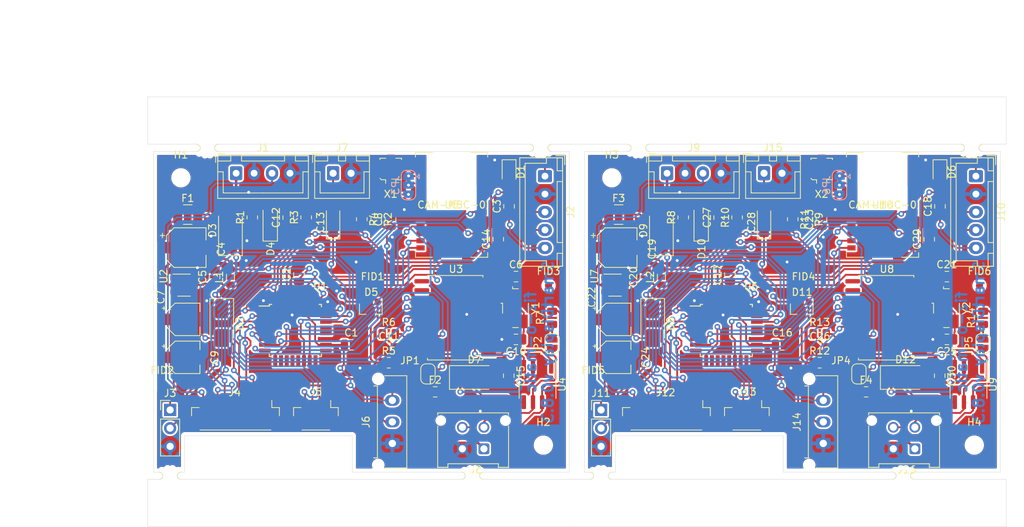
<source format=kicad_pcb>
(kicad_pcb (version 20221018) (generator pcbnew)
  (layers (0 "F.Cu" signal) (31 "B.Cu" signal) (34 "B.Paste" user) (35 "F.Paste" user) (36 "B.SilkS" user "B.Silkscreen") (37 "F.SilkS" user "F.Silkscreen") (38 "B.Mask" user) (39 "F.Mask" user) (44 "Edge.Cuts" user))
  (net 0 "")
  (net 1 "GND")
  (net 2 "Net-(J2-Pin_5)")
  (net 3 "Net-(U2-EN)")
  (net 4 "SCK")
  (net 5 "MOSI")
  (net 6 "MISO")
  (net 7 "+5V")
  (net 8 "RESET")
  (net 9 "TXD")
  (net 10 "RXD")
  (net 11 "SCL")
  (net 12 "SDA")
  (net 13 "A3")
  (net 14 "A2")
  (net 15 "A1")
  (net 16 "A0")
  (net 17 "Net-(U2-SW)")
  (net 18 "Net-(U3-OSC1)")
  (net 19 "Net-(U3-OSC2)")
  (net 20 "KEY")
  (net 21 "+12V")
  (net 22 "Net-(U2-BST)")
  (net 23 "Net-(D2-K)")
  (net 24 "INSTR.BEL")
  (net 25 "Net-(J7-Pin_1)")
  (net 26 "D22")
  (net 27 "D23")
  (net 28 "CANH")
  (net 29 "CANL")
  (net 30 "D24")
  (net 31 "D25")
  (net 32 "1WIRE")
  (net 33 "INT_CAN")
  (net 34 "SS")
  (net 35 "UPDI")
  (net 36 "Net-(U5-RF_OUT)")
  (net 37 "+3V3")
  (net 38 "Net-(U5-RF_IN)")
  (net 39 "Net-(X1-SIGNAL)")
  (net 40 "GPS_RXD")
  (net 41 "GPS_TXD")
  (net 42 "GPS_RESET")
  (net 43 "Net-(U3-~{RESET})")
  (net 44 "AREF")
  (net 47 "Net-(U3-TXCAN)")
  (net 48 "Net-(U3-RXCAN)")
  (net 56 "GPS_INT")
  (net 62 "A4")
  (net 63 "Net-(D2-A)")
  (net 64 "Net-(JP2-Pad1)")
  (net 65 "Net-(J8-Pin_1)")
  (footprint "Capacitor_SMD:C_0805_2012Metric" (layer "F.Cu") (at 97.79 49.2825 90)
    (fp_text reference "C3")
    (fp_text value "100n")
  )
  (footprint "Resistor_SMD:R_0805_2012Metric" (layer "F.Cu") (at 81.04 71.07)
    (fp_text reference "R5")
    (fp_text value "4,7k")
  )
  (footprint "MountingHole:MountingHole_2.2mm_M2" (layer "F.Cu") (at 52.1 45.299)
    (fp_text reference "H1")
    (fp_text value "MountingHole_Pad")
  )
  (footprint "Resistor_SMD:R_0805_2012Metric" (layer "F.Cu") (at 81.04 67.07)
    (fp_text reference "R6")
    (fp_text value "10k")
  )
  (footprint "Capacitor_SMD:C_0805_2012Metric" (layer "F.Cu") (at 67.04 50.845 90)
    (fp_text reference "C12")
    (fp_text value "100n")
  )
  (footprint "Capacitor_SMD:C_0805_2012Metric" (layer "F.Cu") (at 68.54 58.7825 90)
    (fp_text reference "C2")
    (fp_text value "100n")
  )
  (footprint "Resistor_SMD:R_0805_2012Metric" (layer "F.Cu") (at 77.29 51.07 -90)
    (fp_text reference "R4")
    (fp_text value "1k")
  )
  (footprint "Resistor_SMD:R_0805_2012Metric" (layer "F.Cu") (at 62.04 50.82 90)
    (fp_text reference "R1")
    (fp_text value "22k 1%")
  )
  (footprint "Diode_SMD:D_MiniMELF" (layer "F.Cu") (at 64.54 51.57 90)
    (fp_text reference "D4")
    (fp_text value "BZV55-C12")
  )
  (footprint "Crystal:Crystal_SMD_EuroQuartz_MJ-4Pin_5.0x3.2mm" (layer "F.Cu") (at 98.69 63.47 -90)
    (fp_text reference "Y1")
    (fp_text value "16MHz")
  )
  (footprint "Capacitor_SMD:C_0805_2012Metric" (layer "F.Cu") (at 98.7525 67.82 180)
    (fp_text reference "C10")
    (fp_text value "22p")
  )
  (footprint "Jumper:SolderJumper-2_P1.3mm_Open_RoundedPad1.0x1.5mm" (layer "F.Cu") (at 103.79 68.42 -90)
    (fp_text reference "JP2")
    (fp_text value "Jumper_NC_Small")
  )
  (footprint "Capacitor_SMD:C_0805_2012Metric" (layer "F.Cu") (at 97.75 72.88 -90)
    (fp_text reference "C15")
    (fp_text value "100n")
  )
  (footprint "Package_SO:SOIC-8_3.9x4.9mm_P1.27mm" (layer "F.Cu") (at 101.757 74.095 -90)
    (fp_text reference "U4")
    (fp_text value "MCP2562-E-SN")
  )
  (footprint "MountingHole:MountingHole_2.2mm_M2" (layer "F.Cu") (at 102.565056 82.556056)
    (fp_text reference "H2")
    (fp_text value "MountingHole_Pad")
  )
  (footprint "Resistor_SMD:R_0805_2012Metric" (layer "F.Cu") (at 103.79 64.82 90)
    (fp_text reference "R7")
    (fp_text value "120")
  )
  (footprint "Capacitor_SMD:C_0805_2012Metric" (layer "F.Cu") (at 81.0775 69.07)
    (fp_text reference "C11")
    (fp_text value "100n")
  )
  (footprint "Connector_JST:JST_XH_B2B-XH-A_1x02_P2.50mm_Vertical" (layer "F.Cu") (at 73.29 44.664)
    (fp_text reference "J7")
    (fp_text value "KEY")
  )
  (footprint "Package_QFP:TQFP-32_7x7mm_P0.8mm" (layer "F.Cu") (at 68.04 66.57)
    (fp_text reference "U1")
    (fp_text value "ATmega4808-A")
  )
  (footprint "Capacitor_SMD:C_0805_2012Metric" (layer "F.Cu") (at 75.8275 68.57)
    (fp_text reference "C1")
    (fp_text value "100n")
  )
  (footprint "Package_SO:SOIC-18W_7.5x11.6mm_P1.27mm" (layer "F.Cu") (at 90.29 64.8 180)
    (fp_text reference "U3")
    (fp_text value "MCP2515-xSO")
  )
  (footprint "Resistor_SMD:R_0805_2012Metric" (layer "F.Cu") (at 69.54 50.82 90)
    (fp_text reference "R3")
    (fp_text value "4,7k 1%")
  )
  (footprint "Fuse:Fuse_1210_3225Metric" (layer "F.Cu") (at 53.0525 50.43)
    (fp_text reference "F1")
    (fp_text value "500mA")
  )
  (footprint "Resistor_SMD:R_0805_2012Metric" (layer "F.Cu") (at 79.29 51.07 -90)
    (fp_text reference "R2")
    (fp_text value "10k")
  )
  (footprint "Fiducial:Fiducial_1mm_Mask2mm" (layer "F.Cu") (at 49.5 74.13)
    (fp_text reference "FID2")
    (fp_text value "Fiducial")
  )
  (footprint "Fiducial:Fiducial_1mm_Mask2mm" (layer "F.Cu") (at 103.29 60.32)
    (fp_text reference "FID3")
    (fp_text value "Fiducial")
  )
  (footprint "Capacitor_SMD:CP_Elec_5x3.9" (layer "F.Cu") (at 52.84 55.03)
    (fp_text reference "C4")
    (fp_text value "22u")
  )
  (footprint "Capacitor_SMD:C_0805_2012Metric" (layer "F.Cu") (at 56.79 59.1075 90)
    (fp_text reference "C5")
    (fp_text value "100n")
  )
  (footprint "Capacitor_SMD:CP_Elec_4x3.9" (layer "F.Cu") (at 52.49 65.03)
    (fp_text reference "C7")
    (fp_text value "22u")
  )
  (footprint "Capacitor_SMD:CP_Elec_4x3.9" (layer "F.Cu") (at 52.49 70.32)
    (fp_text reference "C9")
    (fp_text value "22u")
  )
  (footprint "Connector_JST:JST_XH_B5B-XH-A_1x05_P2.50mm_Vertical" (layer "F.Cu") (at 102.79 45.07 -90)
    (fp_text reference "J2")
    (fp_text value "PROG/SERIAL")
  )
  (footprint "Inductor_SMD:L_0805_2012Metric" (layer "F.Cu") (at 59 59.13 90)
    (fp_text reference "L1")
    (fp_text value "4.7uH")
  )
  (footprint "Connector_Molex:Molex_Micro-Fit_3.0_43045-0412_2x02_P3.00mm_Vertical" (layer "F.Cu") (at 94.29 83.07 180)
    (fp_text reference "J8")
    (fp_text value "CAN")
  )
  (footprint "Connector_Molex:Molex_Micro-Fit_3.0_43650-0315_1x03_P3.00mm_Vertical" (layer "F.Cu") (at 81.54 82.32 90)
    (fp_text reference "J6")
    (fp_text value "Conn_01x03")
  )
  (footprint "Capacitor_SMD:C_0805_2012Metric" (layer "F.Cu") (at 98.7525 59.07)
    (fp_text reference "C6")
    (fp_text value "22p")
  )
  (footprint "Connector_JST:JST_XH_B4B-XH-A_1x04_P2.50mm_Vertical" (layer "F.Cu") (at 59.79 44.664)
    (fp_text reference "J1")
    (fp_text value "PWR")
  )
  (footprint "Capacitor_Tantalum_SMD:CP_EIA-3216-18_Kemet-A" (layer "F.Cu") (at 73.29 51.5075 90)
    (fp_text reference "C13")
    (fp_text value "1u")
  )
  (footprint "ublox_CAM_M8C:CAM-M8C-0" (layer "F.Cu") (at 89.79 49.07)
    (fp_text reference "U5")
    (fp_text value "CAM-M8C-0")
  )
  (footprint "Capacitor_SMD:C_0805_2012Metric" (layer "F.Cu") (at 81.29 51.1075 90)
    (fp_text reference "C8")
    (fp_text value "100n")
  )
  (footprint "Package_TO_SOT_SMD:TSOT-23-6" (layer "F.Cu") (at 52.54 60.23)
    (fp_text reference "U2")
    (fp_text value "AP63203WU")
  )
  (footprint "Capacitor_SMD:C_0805_2012Metric" (layer "F.Cu") (at 96.29 53.8575 90)
    (fp_text reference "C14")
    (fp_text value "100n")
  )
  (footprint "Connector_Coaxial:U.FL_Molex_MCRF_73412-0110_Vertical" (layer "F.Cu") (at 81.315 44.07)
    (fp_text reference "X1")
    (fp_text value "ANTENNA_U.FL")
  )
  (footprint "Fiducial:Fiducial_1mm_Mask2mm" (layer "F.Cu") (at 78.79 57.07 180)
    (fp_text reference "FID1")
    (fp_text value "Fiducial")
  )
  (footprint "Package_TO_SOT_SMD:SOT-23" (layer "F.Cu") (at 78.54 63.57 -90)
    (fp_text reference "D5")
    (fp_text value "SP0502BAHT")
  )
  (footprint "Diode_SMD:D_SMA" (layer "F.Cu") (at 57.79 65.63 -90)
    (fp_text reference "D2")
    (fp_text value "S1G")
  )
  (footprint "Diode_SMD:D_SMA" (layer "F.Cu") (at 59 52.63 90)
    (fp_text reference "D3")
    (fp_text value "S1G")
  )
  (footprint "fiz-o-matic:mouse-bite-1mm-slot" (layer "F.Cu") (at 92.69 86.82 180)
    (fp_text reference "MB4" hide)
    (fp_text value "MouseBite" hide)
  )
  (footprint "Connector_JST:JST_SH_BM10B-SRSS-TB_1x10-1MP_P1.00mm_Vertical" (layer "F.Cu") (at 59.7 78.43 180)
    (fp_text reference "J4")
    (fp_text value "DISPLAY")
  )
  (footprint "Capacitor_SMD:C_0805_2012Metric" (layer "F.Cu") (at 156.29 53.8575 90)
    (fp_text reference "C29")
    (fp_text value "100n")
  )
  (footprint "Capacitor_SMD:C_0805_2012Metric" (layer "F.Cu") (at 135.8275 68.57)
    (fp_text reference "C16")
    (fp_text value "100n")
  )
  (footprint "Jumper:SolderJumper-2_P1.3mm_Open_RoundedPad1.0x1.5mm" (layer "F.Cu") (at 146.5 72.63 90)
    (fp_text reference "JP4")
    (fp_text value "Jumper_NC_Small")
  )
  (footprint "Capacitor_SMD:CP_Elec_4x3.9" (layer "F.Cu") (at 112.49 70.32)
    (fp_text reference "C24")
    (fp_text value "22u")
  )
  (footprint "Fuse:Fuse_0805_2012Metric" (layer "F.Cu") (at 87.5 75.13)
    (fp_text reference "F2")
    (fp_text value "200mA")
  )
  (footprint "Fiducial:Fiducial_1mm_Mask2mm" (layer "F.Cu") (at 138.79 57.07 180)
    (fp_text reference "FID4")
    (fp_text value "Fiducial")
  )
  (footprint "Resistor_SMD:R_0805_2012Metric" (layer "F.Cu") (at 141.04 67.07)
    (fp_text reference "R13")
    (fp_text value "10k")
  )
  (footprint "Jumper:SolderJumper-2_P1.3mm_Open_RoundedPad1.0x1.5mm" (layer "F.Cu") (at 163.79 68.42 -90)
    (fp_text reference "JP5")
    (fp_text value "Jumper_NC_Small")
  )
  (footprint "Connector_JST:JST_XH_B4B-XH-A_1x04_P2.50mm_Vertical" (layer "F.Cu") (at 119.79 44.664)
    (fp_text reference "J9")
    (fp_text value "PWR")
  )
  (footprint "fiz-o-matic:mouse-bite-1mm-slot" (layer "F.Cu") (at 152.69 86.82 180)
    (fp_text reference "MB8" hide)
    (fp_text value "MouseBite" hide)
  )
  (footprint "fiz-o-matic:mouse-bite-1mm-slot" (layer "F.Cu") (at 162.2 41.13)
    (fp_text reference "MB6" hide)
    (fp_text value "MouseBite" hide)
  )
  (footprint "Connector_JST:JST_SH_BM04B-SRSS-TB_1x04-1MP_P1.00mm_Vertical" (layer "F.Cu") (at 70.9 78.43 180)
    (fp_text reference "J5")
    (fp_text value "I2C")
  )
  (footprint "Capacitor_Tantalum_SMD:CP_EIA-3216-18_Kemet-A" (layer "F.Cu") (at 133.29 51.5075 90)
    (fp_text reference "C28")
    (fp_text value "1u")
  )
  (footprint "MountingHole:MountingHole_2.2mm_M2" (layer "F.Cu") (at 112.1 45.299)
    (fp_text reference "H3")
    (fp_text value "MountingHole_Pad")
  )
  (footprint "Resistor_SMD:R_0805_2012Metric" (layer "F.Cu") (at 141.04 71.07)
    (fp_text reference "R12")
    (fp_text value "4,7k")
  )
  (footprint "Diode_SMD:D_0805_2012Metric" (layer "F.Cu") (at 97.79 44.47 -90)
    (fp_text reference "D1")
    (fp_text value "TS4148")
  )
  (footprint "Fiducial:Fiducial_1mm_Mask2mm" (layer "F.Cu") (at 163.29 60.32)
    (fp_text reference "FID6")
    (fp_text value "Fiducial")
  )
  (footprint "Capacitor_SMD:C_0805_2012Metric" (layer "F.Cu") (at 141.29 51.1075 90)
    (fp_text reference "C23")
    (fp_text value "100n")
  )
  (footprint "Resistor_SMD:R_0805_2012Metric" (layer "F.Cu") (at 139.29 51.07 -90)
    (fp_text reference "R9")
    (fp_text value "10k")
  )
  (footprint "Package_TO_SOT_SMD:SOT-23" (layer "F.Cu") (at 138.54 63.57 -90)
    (fp_text reference "D11")
    (fp_text value "SP0502BAHT")
  )
  (footprint "Diode_SMD:D_SMA" (layer "F.Cu") (at 117.79 65.63 -90)
    (fp_text reference "D8")
    (fp_text value "S1G")
  )
  (footprint "Connector_JST:JST_XH_B2B-XH-A_1x02_P2.50mm_Vertical" (layer "F.Cu") (at 133.29 44.664)
    (fp_text reference "J15")
    (fp_text value "KEY")
  )
  (footprint "Capacitor_SMD:C_0805_2012Metric" (layer "F.Cu") (at 141.0775 69.07)
    (fp_text reference "C26")
    (fp_text value "100n")
  )
  (footprint "Crystal:Crystal_SMD_EuroQuartz_MJ-4Pin_5.0x3.2mm" (layer "F.Cu") (at 158.69 63.47 -90)
    (fp_text reference "Y2")
    (fp_text value "16MHz")
  )
  (footprint "ublox_CAM_M8C:CAM-M8C-0" (layer "F.Cu") (at 149.79 49.07)
    (fp_text reference "U10")
    (fp_text value "CAM-M8C-0")
  )
  (footprint "Package_QFP:TQFP-32_7x7mm_P0.8mm" (layer "F.Cu") (at 128.04 66.57)
    (fp_text reference "U6")
    (fp_text value "ATmega4808-A")
  )
  (footprint "Diode_SMD:D_MiniMELF" (layer "F.Cu") (at 124.54 51.57 90)
    (fp_text reference "D10")
    (fp_text value "BZV55-C12")
  )
  (footprint "MountingHole:MountingHole_2.2mm_M2" (layer "F.Cu") (at 162.565056 82.556056)
    (fp_text reference "H4")
    (fp_text value "MountingHole_Pad")
  )
  (footprint "Capacitor_SMD:C_0805_2012Metric" (layer "F.Cu") (at 157.75 72.88 -90)
    (fp_text reference "C30")
    (fp_text value "100n")
  )
  (footprint "fiz-o-matic:mouse-bite-1mm-slot" (layer "F.Cu") (at 115.8 41.13)
    (fp_text reference "MB5" hide)
    (fp_text value "MouseBite" hide)
  )
  (footprint "Resistor_SMD:R_0805_2012Metric" (layer "F.Cu") (at 129.54 50.82 90)
    (fp_text reference "R10")
    (fp_text value "4,7k 1%")
  )
  (footprint "Package_SO:SOIC-18W_7.5x11.6mm_P1.27mm" (layer "F.Cu") (at 150.29 64.8 180)
    (fp_text reference "U8")
    (fp_text value "MCP2515-xSO")
  )
  (footprint "Resistor_SMD:R_0805_2012Metric" (layer "F.Cu") (at 137.29 51.07 -90)
    (fp_text reference "R11")
    (fp_text value "1k")
  )
  (footprint "fiz-o-matic:mouse-bite-1mm-slot" (layer "F.Cu") (at 50.59 86.82 180)
    (fp_text reference "MB3" hide)
    (fp_text value "MouseBite" hide)
  )
  (footprint "Resistor_SMD:R_0805_2012Metric" (layer "F.Cu") (at 163.79 64.82 90)
    (fp_text reference "R14")
    (fp_text value "120")
  )
  (footprint "Connector_PinHeader_2.54mm:PinHeader_1x03_P2.54mm_Vertical" (layer "F.Cu") (at 50.6 77.65)
    (fp_text reference "J3")
    (fp_text value "UPDI")
  )
  (footprint "Capacitor_SMD:C_0805_2012Metric" (layer "F.Cu") (at 157.79 49.2825 90)
    (fp_text reference "C18")
    (fp_text value "100n")
  )
  (footprint "Diode_SMD:D_SMA" (layer "F.Cu") (at 153 73.13)
    (fp_text reference "D12")
    (fp_text value "SMAJ5.0A")
  )
  (footprint "Fiducial:Fiducial_1mm_Mask2mm" (layer "F.Cu") (at 109.5 74.13)
    (fp_text reference "FID5")
    (fp_text value "Fiducial")
  )
  (footprint "Package_SO:SOIC-8_3.9x4.9mm_P1.27mm" (layer "F.Cu") (at 161.757 74.095 -90)
    (fp_text reference "U9")
    (fp_text value "MCP2562-E-SN")
  )
  (footprint "Connector_JST:JST_SH_BM10B-SRSS-TB_1x10-1MP_P1.00mm_Vertical" (layer "F.Cu") (at 119.7 78.43 180)
    (fp_text reference "J12")
    (fp_text value "DISPLAY")
  )
  (footprint "Connector_Coaxial:U.FL_Molex_MCRF_73412-0110_Vertical" (layer "F.Cu") (at 141.315 44.07)
    (fp_text reference "X2")
    (fp_text value "ANTENNA_U.FL")
  )
  (footprint "fiz-o-matic:mouse-bite-1mm-slot" (layer "F.Cu") (at 110.59 86.82 180)
    (fp_text reference "MB7" hide)
    (fp_text value "MouseBite" hide)
  )
  (footprint "Jumper:SolderJumper-2_P1.3mm_Open_RoundedPad1.0x1.5mm" (layer "F.Cu") (at 86.5 72.63 90)
    (fp_text reference "JP1")
    (fp_text value "Jumper_NC_Small")
  )
  (footprint "Fuse:Fuse_0805_2012Metric" (layer "F.Cu") (at 147.5 75.13)
    (fp_text reference "F4")
    (fp_text value "200mA")
  )
  (footprint "Connector_Molex:Molex_Micro-Fit_3.0_43650-0315_1x03_P3.00mm_Vertical" (layer "F.Cu") (at 141.54 82.32 90)
    (fp_text reference "J14")
    (fp_text value "Conn_01x03")
  )
  (footprint "Diode_SMD:D_SMA" (layer "F.Cu") (at 119 52.63 90)
    (fp_text reference "D9")
    (fp_text value "S1G")
  )
  (footprint "Diode_SMD:D_0805_2012Metric" (layer "F.Cu") (at 157.79 44.47 -90)
    (fp_text reference "D6")
    (fp_text value "TS4148")
  )
  (footprint "Connector_JST:JST_XH_B5B-XH-A_1x05_P2.50mm_Vertical" (layer "F.Cu") (at 162.79 45.07 -90)
    (fp_text reference "J10")
    (fp_text value "PROG/SERIAL")
  )
  (footprint "Connector_Molex:Molex_Micro-Fit_3.0_43045-0412_2x02_P3.00mm_Vertical" (layer "F.Cu") (at 154.29 83.07 180)
    (fp_text reference "J16")
    (fp_text value "CAN")
  )
  (footprint "Connector_PinHeader_2.54mm:PinHeader_1x03_P2.54mm_Vertical" (layer "F.Cu") (at 110.6 77.65)
    (fp_text reference "J11")
    (fp_text value "UPDI")
  )
  (footprint "Capacitor_SMD:C_0805_2012Metric" (layer "F.Cu") (at 127.04 50.845 90)
    (fp_text reference "C27")
    (fp_text value "100n")
  )
  (footprint "fiz-o-matic:mouse-bite-1mm-slot" (layer "F.Cu") (at 102.2 41.13)
    (fp_text reference "MB2" hide)
    (fp_text value "MouseBite" hide)
  )
  (footprint "Inductor_SMD:L_0805_2012Metric" (layer "F.Cu") (at 119 59.13 90)
    (fp_text reference "L2")
    (fp_text value "4.7uH")
  )
  (footprint "Diode_SMD:D_SMA" (layer "F.Cu") (at 93 73.13)
    (fp_text reference "D7")
    (fp_text value "SMAJ5.0A")
  )
  (footprint "Capacitor_SMD:CP_Elec_5x3.9" (layer "F.Cu") (at 112.84 55.03)
    (fp_text reference "C19")
    (fp_text value "22u")
  )
  (footprint "Connector_JST:JST_SH_BM04B-SRSS-TB_1x04-1MP_P1.00mm_Vertical" (layer "F.Cu") (at 130.9 78.43 180)
    (fp_text reference "J13")
    (fp_text value "I2C")
  )
  (footprint "Fuse:Fuse_1210_3225Metric" (layer "F.Cu") (at 113.0525 50.43)
    (fp_text reference "F3")
    (fp_text value "500mA")
  )
  (footprint "Capacitor_SMD:CP_Elec_4x3.9" (layer "F.Cu") (at 112.49 65.03)
    (fp_text reference "C22")
    (fp_text value "22u")
  )
  (footprint "Capacitor_SMD:C_0805_2012Metric" (layer "F.Cu") (at 158.7525 59.07)
    (fp_text reference "C21")
    (fp_text value "22p")
  )
  (footprint "Capacitor_SMD:C_0805_2012Metric" (layer "F.Cu") (at 116.79 59.1075 90)
    (fp_text reference "C20")
    (fp_text value "100n")
  )
  (footprint "Resistor_SMD:R_0805_2012Metric" (layer "F.Cu") (at 122.04 50.82 90)
    (fp_text reference "R8")
    (fp_text value "22k 1%")
  )
  (footprint "Package_TO_SOT_SMD:TSOT-23-6" (layer "F.Cu") (at 112.54 60.23)
    (fp_text reference "U7")
    (fp_text value "AP63203WU")
  )
  (footprint "Capacitor_SMD:C_0805_2012Metric" (layer "F.Cu") (at 128.54 58.7825 90)
    (fp_text reference "C17")
    (fp_text value "100n")
  )
  (footprint "fiz-o-matic:mouse-bite-1mm-slot" (layer "F.Cu") (at 55.8 41.13)
    (fp_text reference "MB1" hide)
    (fp_text value "MouseBite" hide)
  )
  (footprint "Capacitor_SMD:C_0805_2012Metric" (layer "F.Cu") (at 158.7525 67.82 180)
    (fp_text reference "C25")
    (fp_text value "22p")
  )
  (footprint "Jumper:SolderJumper-3_P1.3mm_Bridged12_RoundedPad1.0x1.5mm" (layer "B.Cu") (at 83.79 46.32 -90)
    (fp_text reference "JP3")
    (fp_text value "Jumper_NC_Dual")
  )
  (footprint "Jumper:SolderJumper-3_P1.3mm_Bridged12_RoundedPad1.0x1.5mm" (layer "B.Cu") (at 143.79 46.32 -90)
    (fp_text reference "JP6")
    (fp_text value "Jumper_NC_Dual")
  )
  (gr_line (start 75.976 86.32) (end 91.19 86.32) (stroke (width 0.05)) (layer "Edge.Cuts"))
  (gr_line (start 52.608 81.24) (end 75.976 81.24) (stroke (width 0.05)) (layer "Edge.Cuts"))
  (gr_line (start 106.19 86.32) (end 106.19 41.62) (stroke (width 0.05)) (layer "Edge.Cuts"))
  (gr_line (start 52.608 81.24) (end 52.608 86.32) (stroke (width 0.05)) (layer "Edge.Cuts"))
  (gr_line (start 48.29 86.32) (end 48.29 41.62) (stroke (width 0.05)) (layer "Edge.Cuts"))
  (gr_line (start 75.976 81.24) (end 75.976 86.32) (stroke (width 0.05)) (layer "Edge.Cuts"))
  (gr_arc (start 100.69 40.62) (mid 101.19 41.12) (end 100.69 41.62) (stroke (width 0.05)) (layer "Edge.Cuts"))
  (gr_line (start 108.29 41.62) (end 114.29 41.62) (stroke (width 0.05)) (layer "Edge.Cuts"))
  (gr_line (start 52.09 86.32) (end 52.608 86.32) (stroke (width 0.05)) (layer "Edge.Cuts"))
  (gr_arc (start 160.69 40.62) (mid 161.19 41.12) (end 160.69 41.62) (stroke (width 0.05)) (layer "Edge.Cuts"))
  (gr_line (start 94.19 87.32) (end 107 87.32) (stroke (width 0.05)) (layer "Edge.Cuts"))
  (gr_line (start 107 93.92) (end 107.5 93.92) (stroke (width 0.05)) (layer "Edge.Cuts"))
  (gr_line (start 167 93.92) (end 107.5 93.92) (stroke (width 0.05)) (layer "Edge.Cuts"))
  (gr_line (start 54.29 40.62) (end 47.5 40.62) (stroke (width 0.05)) (layer "Edge.Cuts"))
  (gr_line (start 112.608 81.24) (end 112.608 86.32) (stroke (width 0.05)) (layer "Edge.Cuts"))
  (gr_line (start 108.29 86.32) (end 109.09 86.32) (stroke (width 0.05)) (layer "Edge.Cuts"))
  (gr_arc (start 103.69 41.62) (mid 103.19 41.12) (end 103.69 40.62) (stroke (width 0.05)) (layer "Edge.Cuts"))
  (gr_line (start 103.69 40.62) (end 107 40.62) (stroke (width 0.05)) (layer "Edge.Cuts"))
  (gr_line (start 112.09 87.32) (end 151.19 87.32) (stroke (width 0.05)) (layer "Edge.Cuts"))
  (gr_line (start 112.09 86.32) (end 112.608 86.32) (stroke (width 0.05)) (layer "Edge.Cuts"))
  (gr_line (start 114.29 40.62) (end 107.5 40.62) (stroke (width 0.05)) (layer "Edge.Cuts"))
  (gr_line (start 154.19 87.32) (end 167 87.32) (stroke (width 0.05)) (layer "Edge.Cuts"))
  (gr_line (start 57.29 41.62) (end 100.69 41.62) (stroke (width 0.05)) (layer "Edge.Cuts"))
  (gr_line (start 107 93.92) (end 47.5 93.92) (stroke (width 0.05)) (layer "Edge.Cuts"))
  (gr_line (start 107.5 34.02) (end 167 34.02) (stroke (width 0.05)) (layer "Edge.Cuts"))
  (gr_line (start 47.5 87.32) (end 47.5 93.92) (stroke (width 0.05)) (layer "Edge.Cuts"))
  (gr_arc (start 114.29 40.62) (mid 114.79 41.12) (end 114.29 41.62) (stroke (width 0.05)) (layer "Edge.Cuts"))
  (gr_line (start 103.69 41.62) (end 106.19 41.62) (stroke (width 0.05)) (layer "Edge.Cuts"))
  (gr_arc (start 151.19 86.32) (mid 151.69 86.82) (end 151.19 87.32) (stroke (width 0.05)) (layer "Edge.Cuts"))
  (gr_line (start 117.29 41.62) (end 160.69 41.62) (stroke (width 0.05)) (layer "Edge.Cuts"))
  (gr_line (start 48.29 41.62) (end 54.29 41.62) (stroke (width 0.05)) (layer "Edge.Cuts"))
  (gr_arc (start 94.19 87.32) (mid 93.69 86.82) (end 94.19 86.32) (stroke (width 0.05)) (layer "Edge.Cuts"))
  (gr_line (start 154.19 86.32) (end 166.19 86.32) (stroke (width 0.05)) (layer "Edge.Cuts"))
  (gr_arc (start 109.09 86.32) (mid 109.59 86.82) (end 109.09 87.32) (stroke (width 0.05)) (layer "Edge.Cuts"))
  (gr_arc (start 57.29 41.62) (mid 56.79 41.12) (end 57.29 40.62) (stroke (width 0.05)) (layer "Edge.Cuts"))
  (gr_line (start 112.608 81.24) (end 135.976 81.24) (stroke (width 0.05)) (layer "Edge.Cuts"))
  (gr_line (start 47.5 34.02) (end 107 34.02) (stroke (width 0.05)) (layer "Edge.Cuts"))
  (gr_line (start 166.19 86.32) (end 166.19 41.62) (stroke (width 0.05)) (layer "Edge.Cuts"))
  (gr_line (start 107 40.62) (end 107.5 40.62) (stroke (width 0.05)) (layer "Edge.Cuts"))
  (gr_line (start 167 87.32) (end 167 93.92) (stroke (width 0.05)) (layer "Edge.Cuts"))
  (gr_line (start 135.976 81.24) (end 135.976 86.32) (stroke (width 0.05)) (layer "Edge.Cuts"))
  (gr_line (start 107 34.02) (end 107.5 34.02) (stroke (width 0.05)) (layer "Edge.Cuts"))
  (gr_line (start 163.69 41.62) (end 166.19 41.62) (stroke (width 0.05)) (layer "Edge.Cuts"))
  (gr_line (start 48.29 86.32) (end 49.09 86.32) (stroke (width 0.05)) (layer "Edge.Cuts"))
  (gr_line (start 107 87.32) (end 107.5 87.32) (stroke (width 0.05)) (layer "Edge.Cuts"))
  (gr_line (start 52.09 87.32) (end 91.19 87.32) (stroke (width 0.05)) (layer "Edge.Cuts"))
  (gr_arc (start 163.69 41.62) (mid 163.19 41.12) (end 163.69 40.62) (stroke (width 0.05)) (layer "Edge.Cuts"))
  (gr_arc (start 49.09 86.32) (mid 49.59 86.82) (end 49.09 87.32) (stroke (width 0.05)) (layer "Edge.Cuts"))
  (gr_line (start 108.29 86.32) (end 108.29 41.62) (stroke (width 0.05)) (layer "Edge.Cuts"))
  (gr_arc (start 91.19 86.32) (mid 91.69 86.82) (end 91.19 87.32) (stroke (width 0.05)) (layer "Edge.Cuts"))
  (gr_line (start 167 40.62) (end 167 34.02) (stroke (width 0.05)) (layer "Edge.Cuts"))
  (gr_arc (start 52.09 87.32) (mid 51.59 86.82) (end 52.09 86.32) (stroke (width 0.05)) (layer "Edge.Cuts"))
  (gr_arc (start 154.19 87.32) (mid 153.69 86.82) (end 154.19 86.32) (stroke (width 0.05)) (layer "Edge.Cuts"))
  (gr_line (start 163.69 40.62) (end 167 40.62) (stroke (width 0.05)) (layer "Edge.Cuts"))
  (gr_arc (start 54.29 40.62) (mid 54.79 41.12) (end 54.29 41.62) (stroke (width 0.05)) (layer "Edge.Cuts"))
  (gr_line (start 49.09 87.32) (end 47.5 87.32) (stroke (width 0.05)) (layer "Edge.Cuts"))
  (gr_line (start 100.69 40.62) (end 57.29 40.62) (stroke (width 0.05)) (layer "Edge.Cuts"))
  (gr_arc (start 117.29 41.62) (mid 116.79 41.12) (end 117.29 40.62) (stroke (width 0.05)) (layer "Edge.Cuts"))
  (gr_line (start 135.976 86.32) (end 151.19 86.32) (stroke (width 0.05)) (layer "Edge.Cuts"))
  (gr_line (start 47.5 40.62) (end 47.5 34.02) (stroke (width 0.05)) (layer "Edge.Cuts"))
  (gr_line (start 109.09 87.32) (end 107.5 87.32) (stroke (width 0.05)) (layer "Edge.Cuts"))
  (gr_line (start 94.19 86.32) (end 106.19 86.32) (stroke (width 0.05)) (layer "Edge.Cuts"))
  (gr_arc (start 112.09 87.32) (mid 111.59 86.82) (end 112.09 86.32) (stroke (width 0.05)) (layer "Edge.Cuts"))
  (gr_line (start 160.69 40.62) (end 117.29 40.62) (stroke (width 0.05)) (layer "Edge.Cuts"))
  (gr_text "fiz-o-matic\nSmartDisplay v0.8.3" (at 101.99 68.22 90) (layer "B.Cu") (effects (font (size 1.5 1.5) (thickness 0.3)) (justify mirror)))
  (gr_text "fiz-o-matic\nSmartDisplay v0.8.3" (at 161.99 68.22 90) (layer "B.Cu") (effects (font (size 1.5 1.5) (thickness 0.3)) (justify mirror)))
  (via (at 55.7 62.43) (size 0.8) (drill 0.4) (layers "F.Cu" "B.Cu") (net 1))
  (via (at 63.59 62.42) (size 0.8) (drill 0.4) (layers "F.Cu" "B.Cu") (net 1))
  (via (at 73.79 61.07) (size 0.8) (drill 0.4) (layers "F.Cu" "B.Cu") (net 1))
  (via (at 116.3 53.43) (size 0.8) (drill 0.4) (layers "F.Cu" "B.Cu") (net 1))
  (via (at 114.4 57.83) (size 0.8) (drill 0.4) (layers "F.Cu" "B.Cu") (net 1))
  (via (at 156.79 67.82) (size 0.8) (drill 0.4) (layers "F.Cu" "B.Cu") (net 1))
  (via (at 61.54 47.32) (size 0.8) (drill 0.4) (layers "F.Cu" "B.Cu") (net 1))
  (via (at 76.5 57.03) (size 0.8) (drill 0.4) (layers "F.Cu" "B.Cu") (net 1))
  (via (at 61.2 56.83) (size 0.8) (drill 0.4) (layers "F.Cu" "B.Cu") (net 1))
  (via (at 123.59 62.42) (size 0.8) (drill 0.4) (layers "F.Cu" "B.Cu") (net 1))
  (via (at 133.79 61.07) (size 0.8) (drill 0.4) (layers "F.Cu" "B.Cu") (net 1))
  (via (at 96.79 67.82) (size 0.8) (drill 0.4) (layers "F.Cu" "B.Cu") (net 1))
  (via (at 136.5 57.03) (size 0.8) (drill 0.4) (layers "F.Cu" "B.Cu") (net 1))
  (via (at 83.2 49.73) (size 0.8) (drill 0.4) (layers "F.Cu" "B.Cu") (net 1))
  (via (at 81.54 53.57) (size 0.8) (drill 0.4) (layers "F.Cu" "B.Cu") (net 1))
  (via (at 143.2 49.73) (size 0.8) (drill 0.4) (layers "F.Cu" "B.Cu") (net 1))
  (via (at 121.29 54.07) (size 0.8) (drill 0.4) (layers "F.Cu" "B.Cu") (net 1))
  (via (at 91.9 64.33) (size 0.8) (drill 0.4) (layers "F.Cu" "B.Cu") (net 1))
  (via (at 115.7 62.43) (size 0.8) (drill 0.4) (layers "F.Cu" "B.Cu") (net 1))
  (via (at 121.54 47.32) (size 0.8) (drill 0.4) (layers "F.Cu" "B.Cu") (net 1))
  (via (at 127.59 64.42) (size 0.8) (drill 0.4) (layers "F.Cu" "B.Cu") (net 1))
  (via (at 72.54 62.57) (size 0.8) (drill 0.4) (layers "F.Cu" "B.Cu") (net 1))
  (via (at 95.79 42.82) (size 0.8) (drill 0.4) (layers "F.Cu" "B.Cu") (net 1))
  (via (at 56.3 53.43) (size 0.8) (drill 0.4) (layers "F.Cu" "B.Cu") (net 1))
  (via (at 61.29 54.07) (size 0.8) (drill 0.4) (layers "F.Cu" "B.Cu") (net 1))
  (via (at 93.79 77.82) (size 0.8) (drill 0.4) (layers "F.Cu" "B.Cu") (net 1))
  (via (at 54.4 57.83) (size 0.8) (drill 0.4) (layers "F.Cu" "B.Cu") (net 1))
  (via (at 77.04 71.82) (size 0.8) (drill 0.4) (layers "F.Cu" "B.Cu") (net 1))
  (via (at 121.2 56.83) (size 0.8) (drill 0.4) (layers "F.Cu" "B.Cu") (net 1))
  (via (at 141.54 53.57) (size 0.8) (drill 0.4) (layers "F.Cu" "B.Cu") (net 1))
  (via (at 151.9 64.33) (size 0.8) (drill 0.4) (layers "F.Cu" "B.Cu") (net 1))
  (via (at 155.79 42.82) (size 0.8) (drill 0.4) (layers "F.Cu" "B.Cu") (net 1))
  (via (at 137.04 71.82) (size 0.8) (drill 0.4) (layers "F.Cu" "B.Cu") (net 1))
  (via (at 132.54 62.57) (size 0.8) (drill 0.4) (layers "F.Cu" "B.Cu") (net 1))
  (via (at 153.79 77.82) (size 0.8) (drill 0.4) (layers "F.Cu" "B.Cu") (net 1))
  (via (at 67.59 64.42) (size 0.8) (drill 0.4) (layers "F.Cu" "B.Cu") (net 1))
  (segment (start 127.634 45.476) (end 127.634 44.664) (width 0.25) (layer "B.Cu") (net 1))
  (segment (start 67.634 45.476) (end 67.634 44.664) (width 0.25) (layer "B.Cu") (net 1))
  (segment (start 157.79 51.72) (end 157.9 51.83) (width 0.25) (layer "F.Cu") (net 2))
  (segment (start 97.79 51.72) (end 97.9 51.83) (width 0.25) (layer "F.Cu") (net 2))
  (segment (start 97.79 50.32) (end 97.79 51.72) (width 0.25) (layer "F.Cu") (net 2))
  (segment (start 157.79 50.32) (end 157.79 51.72) (width 0.25) (layer "F.Cu") (net 2))
  (via (at 97.9 51.83) (size 0.8) (drill 0.4) (layers "F.Cu" "B.Cu") (net 2))
  (via (at 157.9 51.83) (size 0.8) (drill 0.4) (layers "F.Cu" "B.Cu") (net 2))
  (segment (start 97.9 52.93) (end 100.04 55.07) (width 0.25) (layer "B.Cu") (net 2))
  (segment (start 160.04 55.07) (end 162.79 55.07) (width 0.25) (layer "B.Cu") (net 2))
  (segment (start 157.9 51.83) (end 157.9 52.93) (width 0.25) (layer "B.Cu") (net 2))
  (segment (start 97.9 51.83) (end 97.9 52.93) (width 0.25) (layer "B.Cu") (net 2))
  (segment (start 100.04 55.07) (end 102.79 55.07) (width 0.25) (layer "B.Cu") (net 2))
  (segment (start 157.9 52.93) (end 160.04 55.07) (width 0.25) (layer "B.Cu") (net 2))
  (segment (start 49.9 59.83) (end 50.3 60.23) (width 0.35) (layer "F.Cu") (net 3))
  (segment (start 109.9 59.83) (end 110.3 60.23) (width 0.35) (layer "F.Cu") (net 3))
  (segment (start 110.3 60.23) (end 111.23 60.23) (width 0.35) (layer "F.Cu") (net 3))
  (segment (start 51.23 60.23) (end 51.23 61.18) (width 0.35) (layer "F.Cu") (net 3))
  (segment (start 50.3 60.23) (end 51.23 60.23) (width 0.35) (layer "F.Cu") (net 3))
  (segment (start 110.64 55.03) (end 110.64 57.09) (width 0.35) (layer "F.Cu") (net 3))
  (segment (start 111.565 52.165) (end 110.64 53.09) (width 0.35) (layer "F.Cu") (net 3))
  (segment (start 51.565 50.43) (end 51.565 52.165) (width 0.35) (layer "F.Cu") (net 3))
  (segment (start 50.64 55.03) (end 50.64 57.09) (width 0.35) (layer "F.Cu") (net 3))
  (segment (start 49.9 57.83) (end 49.9 59.83) (width 0.35) (layer "F.Cu") (net 3))
  (segment (start 110.64 53.09) (end 110.64 55.03) (width 0.35) (layer "F.Cu") (net 3))
  (segment (start 109.9 57.83) (end 109.9 59.83) (width 0.35) (layer "F.Cu") (net 3))
  (segment (start 111.23 60.23) (end 111.23 61.18) (width 0.35) (layer "F.Cu") (net 3))
  (segment (start 110.64 57.09) (end 109.9 57.83) (width 0.35) (layer "F.Cu") (net 3))
  (segment (start 111.565 50.43) (end 111.565 52.165) (width 0.35) (layer "F.Cu") (net 3))
  (segment (start 51.565 52.165) (end 50.64 53.09) (width 0.35) (layer "F.Cu") (net 3))
  (segment (start 50.64 57.09) (end 49.9 57.83) (width 0.35) (layer "F.Cu") (net 3))
  (segment (start 50.64 53.09) (end 50.64 55.03) (width 0.35) (layer "F.Cu") (net 3))
  (segment (start 60.56 66.07) (end 61.79 66.07) (width 0.25) (layer "F.Cu") (net 4))
  (segment (start 119.5 67.805305) (end 119.5 67.13) (width 0.25) (layer "F.Cu") (net 4))
  (segment (start 120.56 66.07) (end 121.79 66.07) (width 0.25) (layer "F.Cu") (net 4))
  (segment (start 119.5 67.13) (end 120.56 66.07) (width 0.25) (layer "F.Cu") (net 4))
  (segment (start 60.2 77.105) (end 60.2 68.505305) (width 0.25) (layer "F.Cu") (net 4))
  (segment (start 121.89 66.17) (end 121.79 66.07) (width 0.25) (layer "F.Cu") (net 4))
  (segment (start 145.64 63.53) (end 143.75 63.53) (width 0.25) (layer "F.Cu") (net 4))
  (segment (start 123.79 66.17) (end 121.89 66.17) (width 0.25) (layer "F.Cu") (net 4))
  (segment (start 59.5 67.805305) (end 59.5 67.13) (width 0.25) (layer "F.Cu") (net 4))
  (segment (start 61.89 66.17) (end 61.79 66.07) (width 0.25) (layer "F.Cu") (net 4))
  (segment (start 59.5 67.13) (end 60.56 66.07) (width 0.25) (layer "F.Cu") (net 4))
  (segment (start 60.2 68.505305) (end 59.5 67.805305) (width 0.25) (layer "F.Cu") (net 4))
  (segment (start 85.64 63.53) (end 83.75 63.53) (width 0.25) (layer "F.Cu") (net 4))
  (segment (start 63.79 66.17) (end 61.89 66.17) (width 0.25) (layer "F.Cu") (net 4))
  (segment (start 120.2 77.105) (end 120.2 68.505305) (width 0.25) (layer "F.Cu") (net 4))
  (segment (start 120.2 68.505305) (end 119.5 67.805305) (width 0.25) (layer "F.Cu") (net 4))
  (segment (start 83.75 63.53) (end 83.54 63.32) (width 0.25) (layer "F.Cu") (net 4))
  (segment (start 143.75 63.53) (end 143.54 63.32) (width 0.25) (layer "F.Cu") (net 4))
  (via (at 143.54 63.32) (size 0.8) (drill 0.4) (layers "F.Cu" "B.Cu") (net 4))
  (via (at 83.54 63.32) (size 0.8) (drill 0.4) (layers "F.Cu" "B.Cu") (net 4))
  (via (at 61.79 66.07) (size 0.8) (drill 0.4) (layers "F.Cu" "B.Cu") (net 4))
  (via (at 121.79 66.07) (size 0.8) (drill 0.4) (layers "F.Cu" "B.Cu") (net 4))
  (via (at 61.064999 68.344999) (size 0.8) (drill 0.4) (layers "F.Cu" "B.Cu") (net 4))
  (via (at 121.064999 68.344999) (size 0.8) (drill 0.4) (layers "F.Cu" "B.Cu") (net 4))
  (segment (start 121.064999 68.344999) (end 121.064999 66.795001) (width 0.25) (layer "B.Cu") (net 4))
  (segment (start 61.441999 70.045001) (end 61.064999 69.668001) (width 0.25) (layer "B.Cu") (net 4))
  (segment (start 143.54 63.32) (end 137.04 69.82) (width 0.25) (layer "B.Cu") (net 4))
  (segment (start 61.064999 68.545001) (end 61.064999 68.344999) (width 0.25) (layer "B.Cu") (net 4))
  (segment (start 137.04 69.82) (end 122.363002 69.82) (width 0.25) (layer "B.Cu") (net 4))
  (segment (start 121.441999 70.045001) (end 121.064999 69.668001) (width 0.25) (layer "B.Cu") (net 4))
  (segment (start 121.064999 69.668001) (end 121.064999 68.545001) (width 0.25) (layer "B.Cu") (net 4))
  (segment (start 122.138001 70.045001) (end 121.441999 70.045001) (width 0.25) (layer "B.Cu") (net 4))
  (segment (start 62.363002 69.82) (end 62.138001 70.045001) (width 0.25) (layer "B.Cu") (net 4))
  (segment (start 122.363002 69.82) (end 122.138001 70.045001) (width 0.25) (layer "B.Cu") (net 4))
  (segment (start 83.54 63.32) (end 77.04 69.82) (width 0.25) (layer "B.Cu") (net 4))
  (segment (start 121.064999 68.545001) (end 121.064999 68.344999) (width 0.25) (layer "B.Cu") (net 4))
  (segment (start 61.064999 69.668001) (end 61.064999 68.545001) (width 0.25) (layer "B.Cu") (net 4))
  (segment (start 61.064999 68.344999) (end 61.064999 66.795001) (width 0.25) (layer "B.Cu") (net 4))
  (segment (start 62.138001 70.045001) (end 61.441999 70.045001) (width 0.25) (layer "B.Cu") (net 4))
  (segment (start 77.04 69.82) (end 62.363002 69.82) (width 0.25) (layer "B.Cu") (net 4))
  (segment (start 61.064999 66.795001) (end 61.79 66.07) (width 0.25) (layer "B.Cu") (net 4))
  (segment (start 121.064999 66.795001) (end 121.79 66.07) (width 0.25) (layer "B.Cu") (net 4))
  (segment (start 85.64 64.8) (end 83.81 64.8) (width 0.25) (layer "F.Cu") (net 5))
  (segment (start 121.2 77.105) (end 121.2 69.235303) (width 0.25) (layer "F.Cu") (net 5))
  (segment (start 83.81 64.8) (end 83.54 65.07) (width 0.25) (layer "F.Cu") (net 5))
  (segment (start 61.348769 67.603464) (end 60.323464 67.603464) (width 0.25) (layer "F.Cu") (net 5))
  (segment (start 61.2 77.105) (end 61.2 69.235303) (width 0.25) (layer "F.Cu") (net 5))
  (segment (start 121.789999 68.044694) (end 121.348769 67.603464) (width 0.25) (layer "F.Cu") (net 5))
  (segment (start 122.04 64.57) (end 123.79 64.57) (width 0.25) (layer "F.Cu") (net 5))
  (segment (start 121.2 69.235303) (end 121.789999 68.645304) (width 0.25) (layer "F.Cu") (net 5))
  (segment (start 61.789999 68.645304) (end 61.789999 68.044694) (width 0.25) (layer "F.Cu") (net 5))
  (segment (start 61.789999 68.044694) (end 61.348769 67.603464) (width 0.25) (layer "F.Cu") (net 5))
  (segment (start 62.04 64.57) (end 63.79 64.57) (width 0.25) (layer "F.Cu") (net 5))
  (segment (start 145.64 64.8) (end 143.81 64.8) (width 0.25) (layer "F.Cu") (net 5))
  (segment (start 61.2 69.235303) (end 61.789999 68.645304) (width 0.25) (layer "F.Cu") (net 5))
  (segment (start 143.81 64.8) (end 143.54 65.07) (width 0.25) (layer "F.Cu") (net 5))
  (segment (start 121.348769 67.603464) (end 120.323464 67.603464) (width 0.25) (layer "F.Cu") (net 5))
  (segment (start 121.789999 68.645304) (end 121.789999 68.044694) (width 0.25) (layer "F.Cu") (net 5))
  (via (at 143.54 65.07) (size 0.8) (drill 0.4) (layers "F.Cu" "B.Cu") (net 5))
  (via (at 60.323464 67.603464) (size 0.8) (drill 0.4) (layers "F.Cu" "B.Cu") (net 5))
  (via (at 83.54 65.07) (size 0.8) (drill 0.4) (layers "F.Cu" "B.Cu") (net 5))
  (via (at 62.04 64.57) (size 0.8) (drill 0.4) (layers "F.Cu" "B.Cu") (net 5))
  (via (at 122.04 64.57) (size 0.8) (drill 0.4) (layers "F.Cu" "B.Cu") (net 5))
  (via (at 120.323464 67.603464) (size 0.8) (drill 0.4) (layers "F.Cu" "B.Cu") (net 5))
  (segment (start 120.323464 67.874085) (end 120.323464 69.562876) (width 0.25) (layer "B.Cu") (net 5))
  (segment (start 60.323464 67.603464) (end 60.323464 66.286536) (width 0.25) (layer "B.Cu") (net 5))
  (segment (start 60.323464 67.874085) (end 60.323464 69.562876) (width 0.25) (layer "B.Cu") (net 5))
  (segment (start 60.614989 65.995011) (end 62.04 64.57) (width 0.25) (layer "B.Cu") (net 5))
  (segment (start 120.614989 65.995011) (end 122.04 64.57) (width 0.25) (layer "B.Cu") (net 5))
  (segment (start 143.54 65.07) (end 138.114989 70.495011) (width 0.25) (layer "B.Cu") (net 5))
  (segment (start 120.323464 67.874085) (end 120.323464 67.603464) (width 0.25) (layer "B.Cu") (net 5))
  (segment (start 120.323464 67.603464) (end 120.323464 66.286536) (width 0.25) (layer "B.Cu") (net 5))
  (segment (start 60.323464 69.562876) (end 61.255599 70.495011) (width 0.25) (layer "B.Cu") (net 5))
  (segment (start 61.255599 70.495011) (end 78.114989 70.495011) (width 0.25) (layer "B.Cu") (net 5))
  (segment (start 60.323464 67.874085) (end 60.323464 67.603464) (width 0.25) (layer "B.Cu") (net 5))
  (segment (start 120.323464 66.286536) (end 120.614989 65.995011) (width 0.25) (layer "B.Cu") (net 5))
  (segment (start 120.323464 69.562876) (end 121.255599 70.495011) (width 0.25) (layer "B.Cu") (net 5))
  (segment (start 83.54 65.07) (end 78.114989 70.495011) (width 0.25) (layer "B.Cu") (net 5))
  (segment (start 121.255599 70.495011) (end 138.114989 70.495011) (width 0.25) (layer "B.Cu") (net 5))
  (segment (start 60.323464 66.286536) (end 60.614989 65.995011) (width 0.25) (layer "B.Cu") (net 5))
  (segment (start 60.527347 65.057347) (end 60.79 65.32) (width 0.25) (layer "F.Cu") (net 6))
  (segment (start 59.015 68.145) (end 59.4755 68.6055) (width 0.25) (layer "F.Cu") (net 6))
  (segment (start 62 73.13) (end 62.2 73.33) (width 0.25) (layer "F.Cu") (net 6))
  (segment (start 84.04 66.07) (end 83.79 66.32) (width 0.25) (layer "F.Cu") (net 6))
  (segment (start 60.79 65.32) (end 63.74 65.32) (width 0.25) (layer "F.Cu") (net 6))
  (segment (start 123.74 65.32) (end 123.79 65.37) (width 0.25) (layer "F.Cu") (net 6))
  (segment (start 63.74 65.32) (end 63.79 65.37) (width 0.25) (layer "F.Cu") (net 6))
  (segment (start 120.79 65.32) (end 123.74 65.32) (width 0.25) (layer "F.Cu") (net 6))
  (segment (start 59.015 66.569694) (end 59.015 68.145) (width 0.25) (layer "F.Cu") (net 6))
  (segment (start 119.015 66.569694) (end 119.015 68.145) (width 0.25) (layer "F.Cu") (net 6))
  (segment (start 60.527347 65.057347) (end 59.015 66.569694) (width 0.25) (layer "F.Cu") (net 6))
  (segment (start 122 73.13) (end 122.2 73.33) (width 0.25) (layer "F.Cu") (net 6))
  (segment (start 119.4755 68.6055) (end 119.4755 72.13) (width 0.25) (layer "F.Cu") (net 6))
  (segment (start 120.527347 65.057347) (end 120.79 65.32) (width 0.25) (layer "F.Cu") (net 6))
  (segment (start 85.64 66.07) (end 84.04 66.07) (width 0.25) (layer "F.Cu") (net 6))
  (segment (start 119.015 68.145) (end 119.4755 68.6055) (width 0.25) (layer "F.Cu") (net 6))
  (segment (start 144.04 66.07) (end 143.79 66.32) (width 0.25) (layer "F.Cu") (net 6))
  (segment (start 120.527347 65.057347) (end 119.015 66.569694) (width 0.25) (layer "F.Cu") (net 6))
  (segment (start 62.2 73.33) (end 62.2 77.105) (width 0.25) (layer "F.Cu") (net 6))
  (segment (start 59.4755 68.6055) (end 59.4755 72.13) (width 0.25) (layer "F.Cu") (net 6))
  (segment (start 122.2 73.33) (end 122.2 77.105) (width 0.25) (layer "F.Cu") (net 6))
  (segment (start 145.64 66.07) (end 144.04 66.07) (width 0.25) (layer "F.Cu") (net 6))
  (via (at 120.527347 65.057347) (size 0.8) (drill 0.4) (layers "F.Cu" "B.Cu") (net 6))
  (via (at 119.4755 72.13) (size 0.8) (drill 0.4) (layers "F.Cu" "B.Cu") (net 6))
  (via (at 122 73.13) (size 0.8) (drill 0.4) (layers "F.Cu" "B.Cu") (net 6))
  (via (at 60.527347 65.057347) (size 0.8) (drill 0.4) (layers "F.Cu" "B.Cu") (net 6))
  (via (at 62 73.13) (size 0.8) (drill 0.4) (layers "F.Cu" "B.Cu") (net 6))
  (via (at 143.79 66.32) (size 0.8) (drill 0.4) (layers "F.Cu" "B.Cu") (net 6))
  (via (at 83.79 66.32) (size 0.8) (drill 0.4) (layers "F.Cu" "B.Cu") (net 6))
  (via (at 59.4755 72.13) (size 0.8) (drill 0.4) (layers "F.Cu" "B.Cu") (net 6))
  (segment (start 139.164981 70.945019) (end 121.069197 70.945019) (width 0.25) (layer "B.Cu") (net 6))
  (segment (start 120.4755 73.13) (end 122 73.13) (width 0.25) (layer "B.Cu") (net 6))
  (segment (start 59.598463 66.011537) (end 60.527347 65.082653) (width 0.25) (layer "B.Cu") (net 6))
  (segment (start 61.069197 70.945019) (end 59.598463 69.474285) (width 0.25) (layer "B.Cu") (net 6))
  (segment (start 83.79 66.32) (end 79.164981 70.945019) (width 0.25) (layer "B.Cu") (net 6))
  (segment (start 119.598463 69.474285) (end 119.598463 66.011537) (width 0.25) (layer "B.Cu") (net 6))
  (segment (start 143.79 66.32) (end 139.164981 70.945019) (width 0.25) (layer "B.Cu") (net 6))
  (segment (start 119.598463 66.011537) (end 120.527347 65.082653) (width 0.25) (layer "B.Cu") (net 6))
  (segment (start 59.598463 69.474285) (end 59.598463 66.011537) (width 0.25) (layer "B.Cu") (net 6))
  (segment (start 60.527347 65.082653) (end 60.527347 65.057347) (width 0.25) (layer "B.Cu") (net 6))
  (segment (start 59.4755 72.13) (end 60.4755 73.13) (width 0.25) (layer "B.Cu") (net 6))
  (segment (start 60.4755 73.13) (end 62 73.13) (width 0.25) (layer "B.Cu") (net 6))
  (segment (start 120.527347 65.082653) (end 120.527347 65.057347) (width 0.25) (layer "B.Cu") (net 6))
  (segment (start 79.164981 70.945019) (end 61.069197 70.945019) (width 0.25) (layer "B.Cu") (net 6))
  (segment (start 121.069197 70.945019) (end 119.598463 69.474285) (width 0.25) (layer "B.Cu") (net 6))
  (segment (start 119.4755 72.13) (end 120.4755 73.13) (width 0.25) (layer "B.Cu") (net 6))
  (segment (start 160.3 73.83) (end 161.122 73.008) (width 0.35) (layer "F.Cu") (net 7))
  (segment (start 146.5625 75.13) (end 146.5625 73.3425) (width 0.35) (layer "F.Cu") (net 7))
  (segment (start 100.3 73.83) (end 101.122 73.008) (width 0.35) (layer "F.Cu") (net 7))
  (segment (start 148.35 73.28) (end 148.5 73.13) (width 0.35) (layer "F.Cu") (net 7))
  (segment (start 157.75 73.83) (end 160.3 73.83) (width 0.35) (layer "F.Cu") (net 7))
  (segment (start 88.35 73.28) (end 88.5 73.13) (width 0.35) (layer "F.Cu") (net 7))
  (segment (start 86.5 73.28) (end 88.35 73.28) (width 0.35) (layer "F.Cu") (net 7))
  (segment (start 91 73.13) (end 91 75.13) (width 0.35) (layer "F.Cu") (net 7))
  (segment (start 151 73.13) (end 151 75.13) (width 0.35) (layer "F.Cu") (net 7))
  (segment (start 161.122 73.008) (end 161.122 71.62) (width 0.35) (layer "F.Cu") (net 7))
  (segment (start 146.5625 73.3425) (end 146.5 73.28) (width 0.35) (layer "F.Cu") (net 7))
  (segment (start 88.5 73.13) (end 91 73.13) (width 0.35) (layer "F.Cu") (net 7))
  (segment (start 86.5625 73.3425) (end 86.5 73.28) (width 0.35) (layer "F.Cu") (net 7))
  (segment (start 97.75 73.83) (end 100.3 73.83) (width 0.35) (layer "F.Cu") (net 7))
  (segment (start 86.5625 75.13) (end 86.5625 73.3425) (width 0.35) (layer "F.Cu") (net 7))
  (segment (start 101.122 73.008) (end 101.122 71.62) (width 0.35) (layer "F.Cu") (net 7))
  (segment (start 148.5 73.13) (end 151 73.13) (width 0.35) (layer "F.Cu") (net 7))
  (segment (start 146.5 73.28) (end 148.35 73.28) (width 0.35) (layer "F.Cu") (net 7))
  (via (at 91 75.13) (size 0.8) (drill 0.4) (layers "F.Cu" "B.Cu") (net 7))
  (via (at 159.205537 73.83) (size 0.8) (drill 0.4) (layers "F.Cu" "B.Cu") (net 7))
  (via (at 151 75.13) (size 0.8) (drill 0.4) (layers "F.Cu" "B.Cu") (net 7))
  (via (at 99.205537 73.83) (size 0.8) (drill 0.4) (layers "F.Cu" "B.Cu") (net 7))
  (segment (start 151 75.13) (end 159 75.13) (width 0.35) (layer "B.Cu") (net 7))
  (segment (start 159.430537 74.055) (end 159.205537 73.83) (width 0.35) (layer "B.Cu") (net 7))
  (segment (start 159 75.13) (end 159.430537 74.699463) (width 0.35) (layer "B.Cu") (net 7))
  (segment (start 99.430537 74.055) (end 99.205537 73.83) (width 0.35) (layer "B.Cu") (net 7))
  (segment (start 159.430537 74.699463) (end 159.430537 74.055) (width 0.35) (layer "B.Cu") (net 7))
  (segment (start 99.430537 74.699463) (end 99.430537 74.055) (width 0.35) (layer "B.Cu") (net 7))
  (segment (start 99 75.13) (end 99.430537 74.699463) (width 0.35) (layer "B.Cu") (net 7))
  (segment (start 91 75.13) (end 99 75.13) (width 0.35) (layer "B.Cu") (net 7))
  (segment (start 87.04 58.82) (end 87.79 59.57) (width 0.25) (layer "F.Cu") (net 8))
  (segment (start 71.03999 60.27001) (end 72.8536 60.27001) (width 0.25) (layer "F.Cu") (net 8))
  (segment (start 70.04 62.32) (end 70.04 61.27) (width 0.25) (layer "F.Cu") (net 8))
  (segment (start 70.04 61.27) (end 71.03999 60.27001) (width 0.25) (layer "F.Cu") (net 8))
  (segment (start 130.04 62.32) (end 130.04 61.27) (width 0.25) (layer "F.Cu") (net 8))
  (segment (start 78.04 60.27001) (end 83.226401 60.270009) (width 0.25) (layer "F.Cu") (net 8))
  (segment (start 132.8536 60.27001) (end 138.04 60.27001) (width 0.25) (layer "F.Cu") (net 8))
  (segment (start 147.04 58.82) (end 147.79 59.57) (width 0.25) (layer "F.Cu") (net 8))
  (segment (start 143.226401 60.270009) (end 144.67641 58.82) (width 0.25) (layer "F.Cu") (net 8))
  (segment (start 157.79 45.4075) (end 157.79 47.32) (width 0.25) (layer "F.Cu") (net 8))
  (segment (start 156.29 47.32) (end 157.79 47.32) (width 0.25) (layer "F.Cu") (net 8))
  (segment (start 138.04 60.27001) (end 143.226401 60.270009) (width 0.25) (layer "F.Cu") (net 8))
  (segment (start 84.67641 58.82) (end 87.04 58.82) (width 0.25) (layer "F.Cu") (net 8))
  (segment (start 157.79 48.245) (end 157.79 47.32) (width 0.25) (layer "F.Cu") (net 8))
  (segment (start 130.04 61.27) (end 131.03999 60.27001) (width 0.25) (layer "F.Cu") (net 8))
  (segment (start 144.67641 58.82) (end 147.04 58.82) (width 0.25) (layer "F.Cu") (net 8))
  (segment (start 83.226401 60.270009) (end 84.67641 58.82) (width 0.25) (layer "F.Cu") (net 8))
  (segment (start 72.8536 60.27001) (end 78.04 60.27001) (width 0.25) (layer "F.Cu") (net 8))
  (segment (start 97.79 48.245) (end 97.79 47.32) (width 0.25) (layer "F.Cu") (net 8))
  (segment (start 97.79 45.4075) (end 97.79 47.32) (width 0.25) (layer "F.Cu") (net 8))
  (segment (start 96.29 47.32) (end 97.79 47.32) (width 0.25) (layer "F.Cu") (net 8))
  (segment (start 131.03999 60.27001) (end 132.8536 60.27001) (width 0.25) (layer "F.Cu") (net 8))
  (via (at 156.29 47.32) (size 0.8) (drill 0.4) (layers "F.Cu" "B.Cu") (net 8))
  (via (at 96.29 47.32) (size 0.8) (drill 0.4) (layers "F.Cu" "B.Cu") (net 8))
  (via (at 147.79 59.57) (size 0.8) (drill 0.4) (layers "F.Cu" "B.Cu") (net 8))
  (via (at 87.79 59.57) (size 0.8) (drill 0.4) (layers "F.Cu" "B.Cu") (net 8))
  (segment (start 155.04 54.32) (end 155.04 48.57) (width 0.25) (layer "B.Cu") (net 8))
  (segment (start 95.04 54.32) (end 95.04 48.57) (width 0.25) (layer "B.Cu") (net 8))
  (segment (start 148.441998 56.82) (end 152.54 56.82) (width 0.25) (layer "B.Cu") (net 8))
  (segment (start 152.54 56.82) (end 155.04 54.32) (width 0.25) (layer "B.Cu") (net 8))
  (segment (start 92.54 56.82) (end 95.04 54.32) (width 0.25) (layer "B.Cu") (net 8))
  (segment (start 95.04 48.57) (end 96.29 47.32) (width 0.25) (layer "B.Cu") (net 8))
  (segment (start 87.79 59.57) (end 87.314999 59.094999) (width 0.25) (layer "B.Cu") (net 8))
  (segment (start 87.314999 59.094999) (end 87.314999 57.946999) (width 0.25) (layer "B.Cu") (net 8))
  (segment (start 155.04 48.57) (end 156.29 47.32) (width 0.25) (layer "B.Cu") (net 8))
  (segment (start 88.441998 56.82) (end 92.54 56.82) (width 0.25) (layer "B.Cu") (net 8))
  (segment (start 147.314999 57.946999) (end 148.441998 56.82) (width 0.25) (layer "B.Cu") (net 8))
  (segment (start 147.314999 59.094999) (end 147.314999 57.946999) (width 0.25) (layer "B.Cu") (net 8))
  (segment (start 147.79 59.57) (end 147.314999 59.094999) (width 0.25) (layer "B.Cu") (net 8))
  (segment (start 87.314999 57.946999) (end 88.441998 56.82) (width 0.25) (layer "B.Cu") (net 8))
  (segment (start 161.36 52.57) (end 160.49 53.44) (width 0.25) (layer "F.Cu") (net 9))
  (segment (start 144.476396 58.02) (end 142.976396 59.52) (width 0.25) (layer "F.Cu") (net 9))
  (segment (start 82.976396 59.52) (end 72.74 59.52) (width 0.25) (layer "F.Cu") (net 9))
  (segment (start 67.82682 56.83249) (end 66.84 57.81931) (width 0.25) (layer "F.Cu") (net 9))
  (segment (start 132.74 59.52) (end 130.05249 56.83249) (width 0.25) (layer "F.Cu") (net 9))
  (segment (start 66.84 57.81931) (end 66.84 62.32) (width 0.25) (layer "F.Cu") (net 9))
  (segment (start 100.49 56.03) (end 98.5 58.02) (width 0.25) (layer "F.Cu") (net 9))
  (segment (start 130.05249 56.83249) (end 127.82682 56.83249) (width 0.25) (layer "F.Cu") (net 9))
  (segment (start 127.82682 56.83249) (end 126.84 57.81931) (width 0.25) (layer "F.Cu") (net 9))
  (segment (start 98.5 58.02) (end 84.476396 58.02) (width 0.25) (layer "F.Cu") (net 9))
  (segment (start 142.976396 59.52) (end 132.74 59.52) (width 0.25) (layer "F.Cu") (net 9))
  (segment (start 158.5 58.02) (end 144.476396 58.02) (width 0.25) (layer "F.Cu") (net 9))
  (segment (start 126.84 57.81931) (end 126.84 62.32) (width 0.25) (layer "F.Cu") (net 9))
  (segment (start 102.79 52.57) (end 101.36 52.57) (width 0.25) (layer "F.Cu") (net 9))
  (segment (start 100.49 53.44) (end 100.49 56.03) (width 0.25) (layer "F.Cu") (net 9))
  (segment (start 84.476396 58.02) (end 82.976396 59.52) (width 0.25) (layer "F.Cu") (net 9))
  (segment (start 162.79 52.57) (end 161.36 52.57) (width 0.25) (layer "F.Cu") (net 9))
  (segment (start 70.05249 56.83249) (end 67.82682 56.83249) (width 0.25) (layer "F.Cu") (net 9))
  (segment (start 160.49 53.44) (end 160.49 56.03) (width 0.25) (layer "F.Cu") (net 9))
  (segment (start 160.49 56.03) (end 158.5 58.02) (width 0.25) (layer "F.Cu") (net 9))
  (segment (start 72.74 59.52) (end 70.05249 56.83249) (width 0.25) (layer "F.Cu") (net 9))
  (segment (start 101.36 52.57) (end 100.49 53.44) (width 0.25) (layer "F.Cu") (net 9))
  (segment (start 144.29 57.57) (end 158.29 57.57) (width 0.25) (layer "F.Cu") (net 10))
  (segment (start 66.04 62.32) (end 66.04 57.9829) (width 0.25) (layer "F.Cu") (net 10))
  (segment (start 160.04 55.82) (end 160.04 51.39) (width 0.25) (layer "F.Cu") (net 10))
  (segment (start 84.29 57.57) (end 98.29 57.57) (width 0.25) (layer "F.Cu") (net 10))
  (segment (start 100.04 55.82) (end 100.04 51.39) (width 0.25) (layer "F.Cu") (net 10))
  (segment (start 101.36 50.07) (end 102.79 50.07) (width 0.25) (layer "F.Cu") (net 10))
  (segment (start 160.04 51.39) (end 161.36 50.07) (width 0.25) (layer "F.Cu") (net 10))
  (segment (start 142.79 59.07) (end 144.29 57.57) (width 0.25) (layer "F.Cu") (net 10))
  (segment (start 100.04 51.39) (end 101.36 50.07) (width 0.25) (layer "F.Cu") (net 10))
  (segment (start 126.04 57.9829) (end 127.64042 56.38248) (width 0.25) (layer "F.Cu") (net 10))
  (segment (start 70.238891 56.382481) (end 72.92641 59.07) (width 0.25) (layer "F.Cu") (net 10))
  (segment (start 158.29 57.57) (end 160.04 55.82) (width 0.25) (layer "F.Cu") (net 10))
  (segment (start 67.64042 56.38248) (end 70.238891 56.382481) (width 0.25) (layer "F.Cu") (net 10))
  (segment (start 132.92641 59.07) (end 142.79 59.07) (width 0.25) (layer "F.Cu") (net 10))
  (segment (start 126.04 62.32) (end 126.04 57.9829) (width 0.25) (layer "F.Cu") (net 10))
  (segment (start 130.238891 56.382481) (end 132.92641 59.07) (width 0.25) (layer "F.Cu") (net 10))
  (segment (start 98.29 57.57) (end 100.04 55.82) (width 0.25) (layer "F.Cu") (net 10))
  (segment (start 161.36 50.07) (end 162.79 50.07) (width 0.25) (layer "F.Cu") (net 10))
  (segment (start 66.04 57.9829) (end 67.64042 56.38248) (width 0.25) (layer "F.Cu") (net 10))
  (segment (start 127.64042 56.38248) (end 130.238891 56.382481) (width 0.25) (layer "F.Cu") (net 10))
  (segment (start 72.92641 59.07) (end 82.79 59.07) (width 0.25) (layer "F.Cu") (net 10))
  (segment (start 82.79 59.07) (end 84.29 57.57) (width 0.25) (layer "F.Cu") (net 10))
  (segment (start 129.4 77.105) (end 129.4 75.23) (width 0.25) (layer "F.Cu") (net 11))
  (segment (start 65.14 59.444695) (end 65.14 57.610108) (width 0.25) (layer "F.Cu") (net 11))
  (segment (start 121.04 63.544695) (end 125.14 59.444695) (width 0.25) (layer "F.Cu") (net 11))
  (segment (start 61.04 63.82) (end 61.04 63.544695) (width 0.25) (layer "F.Cu") (net 11))
  (segment (start 125.14 59.444695) (end 125.14 57.610108) (width 0.25) (layer "F.Cu") (net 11))
  (segment (start 65.14 57.610108) (end 68.505118 54.24499) (width 0.25) (layer "F.Cu") (net 11))
  (segment (start 94.115 50.070001) (end 92.659999 50.070001) (width 0.25) (layer "F.Cu") (net 11))
  (segment (start 121.04 63.82) (end 121.04 63.544695) (width 0.25) (layer "F.Cu") (net 11))
  (segment (start 152.659999 50.070001) (end 152.4 50.33) (width 0.25) (layer "F.Cu") (net 11))
  (segment (start 154.115 50.070001) (end 152.659999 50.070001) (width 0.25) (layer "F.Cu") (net 11))
  (segment (start 69.4 75.23) (end 69.3 75.13) (width 0.25) (layer "F.Cu") (net 11))
  (segment (start 69.4 77.105) (end 69.4 75.23) (width 0.25) (layer "F.Cu") (net 11))
  (segment (start 128.505118 54.24499) (end 130 54.24499) (width 0.25) (layer "F.Cu") (net 11))
  (segment (start 61.04 63.544695) (end 65.14 59.444695) (width 0.25) (layer "F.Cu") (net 11))
  (segment (start 68.505118 54.24499) (end 70 54.24499) (width 0.25) (layer "F.Cu") (net 11))
  (segment (start 63.79 63.77) (end 61.09 63.77) (width 0.25) (layer "F.Cu") (net 11))
  (segment (start 61.09 63.77) (end 61.04 63.82) (width 0.25) (layer "F.Cu") (net 11))
  (segment (start 123.79 63.77) (end 121.09 63.77) (width 0.25) (layer "F.Cu") (net 11))
  (segment (start 129.4 75.23) (end 129.3 75.13) (width 0.25) (layer "F.Cu") (net 11))
  (segment (start 121.09 63.77) (end 121.04 63.82) (width 0.25) (layer "F.Cu") (net 11))
  (segment (start 92.659999 50.070001) (end 92.4 50.33) (width 0.25) (layer "F.Cu") (net 11))
  (segment (start 125.14 57.610108) (end 128.505118 54.24499) (width 0.25) (layer "F.Cu") (net 11))
  (via (at 152.4 50.33) (size 0.8) (drill 0.4) (layers "F.Cu" "B.Cu") (net 11))
  (via (at 69.3 75.13) (size 0.8) (drill 0.4) (layers "F.Cu" "B.Cu") (net 11))
  (via (at 61.04 63.82) (size 0.8) (drill 0.4) (layers "F.Cu" "B.Cu") (net 11))
  (via (at 92.4 50.33) (size 0.8) (drill 0.4) (layers "F.Cu" "B.Cu") (net 11))
  (via (at 121.04 63.82) (size 0.8) (drill 0.4) (layers "F.Cu" "B.Cu") (net 11))
  (via (at 130 54.24499) (size 0.8) (drill 0.4) (layers "F.Cu" "B.Cu") (net 11))
  (via (at 129.3 75.13) (size 0.8) (drill 0.4) (layers "F.Cu" "B.Cu") (net 11))
  (via (at 70 54.24499) (size 0.8) (drill 0.4) (layers "F.Cu" "B.Cu") (net 11))
  (segment (start 131.225 75.605) (end 131.225 73.695) (width 0.25) (layer "B.Cu") (net 11))
  (segment (start 141.616903 51.195) (end 138.566913 54.24499) (width 0.25) (layer "B.Cu") (net 11))
  (segment (start 69.3 75.13) (end 70.025 75.855) (width 0.25) (layer "B.Cu") (net 11))
  (segment (start 78.566913 54.24499) (end 70 54.24499) (width 0.25) (layer "B.Cu") (net 11))
  (segment (start 129.1 71.57) (end 121.057768 71.57) (width 0.25) (layer "B.Cu") (net 11))
  (segment (start 130.975 75.855) (end 131.225 75.605) (width 0.25) (layer "B.Cu") (net 11))
  (segment (start 91.7 50.33) (end 90.835 51.195) (width 0.25) (layer "B.Cu") (net 11))
  (segment (start 59.148453 65.145862) (end 60.474315 63.82) (width 0.25) (layer "B.Cu") (net 11))
  (segment (start 61.057768 71.57) (end 59.148453 69.660685) (width 0.25) (layer "B.Cu") (net 11))
  (segment (start 92.4 50.33) (end 91.7 50.33) (width 0.25) (layer "B.Cu") (net 11))
  (segment (start 69.1 71.57) (end 61.057768 71.57) (width 0.25) (layer "B.Cu") (net 11))
  (segment (start 70.025 75.855) (end 70.975 75.855) (width 0.25) (layer "B.Cu") (net 11))
  (segment (start 152.4 50.33) (end 151.7 50.33) (width 0.25) (layer "B.Cu") (net 11))
  (segment (start 70.975 75.855) (end 71.225 75.605) (width 0.25) (layer "B.Cu") (net 11))
  (segment (start 90.835 51.195) (end 81.616903 51.195) (width 0.25) (layer "B.Cu") (net 11))
  (segment (start 119.148453 69.660685) (end 119.148453 65.145862) (width 0.25) (layer "B.Cu") (net 11))
  (segment (start 138.566913 54.24499) (end 130 54.24499) (width 0.25) (layer "B.Cu") (net 11))
  (segment (start 71.225 75.605) (end 71.225 73.695) (width 0.25) (layer "B.Cu") (net 11))
  (segment (start 71.225 73.695) (end 69.1 71.57) (width 0.25) (layer "B.Cu") (net 11))
  (segment (start 151.7 50.33) (end 150.835 51.195) (width 0.25) (layer "B.Cu") (net 11))
  (segment (start 120.474315 63.82) (end 121.04 63.82) (width 0.25) (layer "B.Cu") (net 11))
  (segment (start 119.148453 65.145862) (end 120.474315 63.82) (width 0.25) (layer "B.Cu") (net 11))
  (segment (start 60.474315 63.82) (end 61.04 63.82) (width 0.25) (layer "B.Cu") (net 11))
  (segment (start 131.225 73.695) (end 129.1 71.57) (width 0.25) (layer "B.Cu") (net 11))
  (segment (start 59.148453 69.660685) (end 59.148453 65.145862) (width 0.25) (layer "B.Cu") (net 11))
  (segment (start 130.025 75.855) (end 130.975 75.855) (width 0.25) (layer "B.Cu") (net 11))
  (segment (start 121.057768 71.57) (end 119.148453 69.660685) (width 0.25) (layer "B.Cu") (net 11))
  (segment (start 81.616903 51.195) (end 78.566913 54.24499) (width 0.25) (layer "B.Cu") (net 11))
  (segment (start 129.3 75.13) (end 130.025 75.855) (width 0.25) (layer "B.Cu") (net 11))
  (segment (start 150.835 51.195) (end 141.616903 51.195) (width 0.25) (layer "B.Cu") (net 11))
  (segment (start 130.4 77.105) (end 130.4 75.23) (width 0.25) (layer "F.Cu") (net 12))
  (segment (start 65.59 60.02) (end 65.59 57.796504) (width 0.25) (layer "F.Cu") (net 12))
  (segment (start 65.24 60.77) (end 65.04 60.57) (width 0.25) (layer "F.Cu") (net 12))
  (segment (start 65.24 62.32) (end 65.24 60.77) (width 0.25) (layer "F.Cu") (net 12))
  (segment (start 152.14 53.07) (end 152.1 53.03) (width 0.25) (layer "F.Cu") (net 12))
  (segment (start 125.59 60.02) (end 125.59 57.796504) (width 0.25) (layer "F.Cu") (net 12))
  (segment (start 130.4 75.23) (end 130.5 75.13) (width 0.25) (layer "F.Cu") (net 12))
  (segment (start 128.416514 54.96999) (end 131.5 54.96999) (width 0.25) (layer "F.Cu") (net 12))
  (segment (start 125.24 60.77) (end 125.04 60.57) (width 0.25) (layer "F.Cu") (net 12))
  (segment (start 65.59 57.796504) (end 68.416514 54.96999) (width 0.25) (layer "F.Cu") (net 12))
  (segment (start 92.14 53.07) (end 92.1 53.03) (width 0.25) (layer "F.Cu") (net 12))
  (segment (start 125.24 62.32) (end 125.24 60.77) (width 0.25) (layer "F.Cu") (net 12))
  (segment (start 70.4 77.105) (end 70.4 75.23) (width 0.25) (layer "F.Cu") (net 12))
  (segment (start 154.115 53.07) (end 152.14 53.07) (width 0.25) (layer "F.Cu") (net 12))
  (segment (start 65.04 60.57) (end 65.59 60.02) (width 0.25) (layer "F.Cu") (net 12))
  (segment (start 94.115 53.07) (end 92.14 53.07) (width 0.25) (layer "F.Cu") (net 12))
  (segment (start 125.59 57.796504) (end 128.416514 54.96999) (width 0.25) (layer "F.Cu") (net 12))
  (segment (start 125.04 60.57) (end 125.59 60.02) (width 0.25) (layer "F.Cu") (net 12))
  (segment (start 68.416514 54.96999) (end 71.5 54.96999) (width 0.25) (layer "F.Cu") (net 12))
  (segment (start 70.4 75.23) (end 70.5 75.13) (width 0.25) (layer "F.Cu") (net 12))
  (via (at 131.5 54.96999) (size 0.8) (drill 0.4) (layers "F.Cu" "B.Cu") (net 12))
  (via (at 70.5 75.13) (size 0.8) (drill 0.4) (layers "F.Cu" "B.Cu") (net 12))
  (via (at 152.1 53.03) (size 0.8) (drill 0.4) (layers "F.Cu" "B.Cu") (net 12))
  (via (at 130.5 75.13) (size 0.8) (drill 0.4) (layers "F.Cu" "B.Cu") (net 12))
  (via (at 92.1 53.03) (size 0.8) (drill 0.4) (layers "F.Cu" "B.Cu") (net 12))
  (via (at 125.04 60.57) (size 0.8) (drill 0.4) (layers "F.Cu" "B.Cu") (net 12))
  (via (at 71.5 54.96999) (size 0.8) (drill 0.4) (layers "F.Cu" "B.Cu") (net 12))
  (via (at 65.04 60.57) (size 0.8) (drill 0.4) (layers "F.Cu" "B.Cu") (net 12))
  (segment (start 130.5 73.62001) (end 128.9 72.02001) (width 0.25) (layer "B.Cu") (net 12))
  (segment (start 120.871368 72.02001) (end 118.698444 69.847086) (width 0.25) (layer "B.Cu") (net 12))
  (segment (start 68.9 72.02001) (end 60.871368 72.02001) (width 0.25) (layer "B.Cu") (net 12))
  (segment (start 118.698444 69.847086) (end 118.698444 64.959463) (width 0.25) (layer "B.Cu") (net 12))
  (segment (start 128.9 72.02001) (end 120.871368 72.02001) (width 0.25) (layer "B.Cu") (net 12))
  (segment (start 81.803299 51.645) (end 90.715 51.645) (width 0.25) (layer "B.Cu") (net 12))
  (segment (start 138.478309 54.96999) (end 141.803299 51.645) (width 0.25) (layer "B.Cu") (net 12))
  (segment (start 70.5 75.13) (end 70.5 73.62001) (width 0.25) (layer "B.Cu") (net 12))
  (segment (start 71.5 54.96999) (end 78.478309 54.96999) (width 0.25) (layer "B.Cu") (net 12))
  (segment (start 90.715 51.645) (end 92.1 53.03) (width 0.25) (layer "B.Cu") (net 12))
  (segment (start 60.871368 72.02001) (end 58.698444 69.847086) (width 0.25) (layer "B.Cu") (net 12))
  (segment (start 123.087907 60.57) (end 125.04 60.57) (width 0.25) (layer "B.Cu") (net 12))
  (segment (start 63.087907 60.57) (end 65.04 60.57) (width 0.25) (layer "B.Cu") (net 12))
  (segment (start 78.478309 54.96999) (end 81.803299 51.645) (width 0.25) (layer "B.Cu") (net 12))
  (segment (start 58.698444 69.847086) (end 58.698444 64.959463) (width 0.25) (layer "B.Cu") (net 12))
  (segment (start 141.803299 51.645) (end 150.715 51.645) (width 0.25) (layer "B.Cu") (net 12))
  (segment (start 150.715 51.645) (end 152.1 53.03) (width 0.25) (layer "B.Cu") (net 12))
  (segment (start 118.698444 64.959463) (end 123.087907 60.57) (width 0.25) (layer "B.Cu") (net 12))
  (segment (start 70.5 73.62001) (end 68.9 72.02001) (width 0.25) (layer "B.Cu") (net 12))
  (segment (start 58.698444 64.959463) (end 63.087907 60.57) (width 0.25) (layer "B.Cu") (net 12))
  (segment (start 130.5 75.13) (end 130.5 73.62001) (width 0.25) (layer "B.Cu") (net 12))
  (segment (start 131.5 54.96999) (end 138.478309 54.96999) (width 0.25) (layer "B.Cu") (net 12))
  (segment (start 119 60.1925) (end 117.9625 60.1925) (width 0.25) (layer "F.Cu") (net 17))
  (segment (start 55.3725 60.0575) (end 56.79 60.0575) (width 0.25) (layer "F.Cu") (net 17))
  (segment (start 115.2 60.23) (end 115.3725 60.0575) (width 0.25) (layer "F.Cu") (net 17))
  (segment (start 116.79 60.0575) (end 117.8275 60.0575) (width 0.25) (layer "F.Cu") (net 17))
  (segment (start 59 60.1925) (end 57.9625 60.1925) (width 0.25) (layer "F.Cu") (net 17))
  (segment (start 57.9625 60.1925) (end 57.8275 60.0575) (width 0.25) (layer "F.Cu") (net 17))
  (segment (start 53.85 60.23) (end 55.2 60.23) (width 0.25) (layer "F.Cu") (net 17))
  (segment (start 115.3725 60.0575) (end 116.79 60.0575) (width 0.25) (layer "F.Cu") (net 17))
  (segment (start 113.85 60.23) (end 115.2 60.23) (width 0.25) (layer "F.Cu") (net 17))
  (segment (start 117.9625 60.1925) (end 117.8275 60.0575) (width 0.25) (layer "F.Cu") (net 17))
  (segment (start 55.2 60.23) (end 55.3725 60.0575) (width 0.25) (layer "F.Cu") (net 17))
  (segment (start 56.79 60.0575) (end 57.8275 60.0575) (width 0.25) (layer "F.Cu") (net 17))
  (segment (start 97.715 59.07) (end 97.715 60.145) (width 0.25) (layer "F.Cu") (net 18))
  (segment (start 157.715 60.145) (end 157.54 60.32) (width 0.25) (layer "F.Cu") (net 18))
  (segment (start 156.21 60.99) (end 156.84 61.62) (width 0.25) (layer "F.Cu") (net 18))
  (segment (start 154.94 60.99) (end 156.21 60.99) (width 0.25) (layer "F.Cu") (net 18))
  (segment (start 94.94 60.99) (end 96.21 60.99) (width 0.25) (layer "F.Cu") (net 18))
  (segment (start 96.21 60.99) (end 96.84 61.62) (width 0.25) (layer "F.Cu") (net 18))
  (segment (start 157.715 59.07) (end 157.715 60.145) (width 0.25) (layer "F.Cu") (net 18))
  (segment (start 96.84 61.62) (end 97.54 61.62) (width 0.25) (layer "F.Cu") (net 18))
  (segment (start 97.715 60.145) (end 97.54 60.32) (width 0.25) (layer "F.Cu") (net 18))
  (segment (start 157.54 60.32) (end 157.54 61.62) (width 0.25) (layer "F.Cu") (net 18))
  (segment (start 156.84 61.62) (end 157.54 61.62) (width 0.25) (layer "F.Cu") (net 18))
  (segment (start 97.54 60.32) (end 97.54 61.62) (width 0.25) (layer "F.Cu") (net 18))
  (segment (start 156.094998 62.26) (end 157.154998 63.32) (width 0.25) (layer "F.Cu") (net 19))
  (segment (start 159.84 65.32) (end 159.84 66.77) (width 0.25) (layer "F.Cu") (net 19))
  (segment (start 99.04 63.32) (end 99.84 64.12) (width 0.25) (layer "F.Cu") (net 19))
  (segment (start 159.04 63.32) (end 159.84 64.12) (width 0.25) (layer "F.Cu") (net 19))
  (segment (start 99.84 66.77) (end 99.79 66.82) (width 0.25) (layer "F.Cu") (net 19))
  (segment (start 99.84 64.12) (end 99.84 65.32) (width 0.25) (layer "F.Cu") (net 19))
  (segment (start 97.154998 63.32) (end 99.04 63.32) (width 0.25) (layer "F.Cu") (net 19))
  (segment (start 99.79 66.82) (end 99.79 67.82) (width 0.25) (layer "F.Cu") (net 19))
  (segment (start 96.094998 62.26) (end 97.154998 63.32) (width 0.25) (layer "F.Cu") (net 19))
  (segment (start 94.94 62.26) (end 96.094998 62.26) (width 0.25) (layer "F.Cu") (net 19))
  (segment (start 159.84 66.77) (end 159.79 66.82) (width 0.25) (layer "F.Cu") (net 19))
  (segment (start 154.94 62.26) (end 156.094998 62.26) (width 0.25) (layer "F.Cu") (net 19))
  (segment (start 99.84 65.32) (end 99.84 66.77) (width 0.25) (layer "F.Cu") (net 19))
  (segment (start 159.84 64.12) (end 159.84 65.32) (width 0.25) (layer "F.Cu") (net 19))
  (segment (start 157.154998 63.32) (end 159.04 63.32) (width 0.25) (layer "F.Cu") (net 19))
  (segment (start 159.79 66.82) (end 159.79 67.82) (width 0.25) (layer "F.Cu") (net 19))
  (segment (start 80.79 53.294695) (end 80.79 54.82) (width 0.25) (layer "F.Cu") (net 20))
  (segment (start 81.29 52.794695) (end 80.79 53.294695) (width 0.25) (layer "F.Cu") (net 20))
  (segment (start 81.29 52.145) (end 79.365 52.145) (width 0.25) (layer "F.Cu") (net 20))
  (segment (start 141.29 52.145) (end 139.365 52.145) (width 0.25) (layer "F.Cu") (net 20))
  (segment (start 70.04 70.82) (end 70.04 66.07) (width 0.25) (layer "F.Cu") (net 20))
  (segment (start 140.79 53.294695) (end 140.79 54.82) (width 0.25) (layer "F.Cu") (net 20))
  (segment (start 70.04 66.07) (end 69.79 65.82) (width 0.25) (layer "F.Cu") (net 20))
  (segment (start 130.04 70.82) (end 130.04 66.07) (width 0.25) (layer "F.Cu") (net 20))
  (segment (start 141.29 52.794695) (end 140.79 53.294695) (width 0.25) (layer "F.Cu") (net 20))
  (segment (start 141.29 52.145) (end 141.29 52.794695) (width 0.25) (layer "F.Cu") (net 20))
  (segment (start 130.04 66.07) (end 129.79 65.82) (width 0.25) (layer "F.Cu") (net 20))
  (segment (start 139.365 52.145) (end 139.29 52.07) (width 0.25) (layer "F.Cu") (net 20))
  (segment (start 79.365 52.145) (end 79.29 52.07) (width 0.25) (layer "F.Cu") (net 20))
  (segment (start 81.29 52.145) (end 81.29 52.794695) (width 0.25) (layer "F.Cu") (net 20))
  (via (at 80.79 54.82) (size 0.8) (drill 0.4) (layers "F.Cu" "B.Cu") (net 20))
  (via (at 69.79 65.82) (size 0.8) (drill 0.4) (layers "F.Cu" "B.Cu") (net 20))
  (via (at 140.79 54.82) (size 0.8) (drill 0.4) (layers "F.Cu" "B.Cu") (net 20))
  (via (at 129.79 65.82) (size 0.8) (drill 0.4) (layers "F.Cu" "B.Cu") (net 20))
  (segment (start 69.79 65.82) (end 70.015 66.045) (width 0.25) (layer "B.Cu") (net 20))
  (segment (start 70.015 66.045) (end 75.905812 66.045) (width 0.25) (layer "B.Cu") (net 20))
  (segment (start 80.79 61.160812) (end 80.79 54.82) (width 0.25) (layer "B.Cu") (net 20))
  (segment (start 130.015 66.045) (end 135.905812 66.045) (width 0.25) (layer "B.Cu") (net 20))
  (segment (start 75.905812 66.045) (end 80.79 61.160812) (width 0.25) (layer "B.Cu") (net 20))
  (segment (start 140.79 61.160812) (end 140.79 54.82) (width 0.25) (layer "B.Cu") (net 20))
  (segment (start 129.79 65.82) (end 130.015 66.045) (width 0.25) (layer "B.Cu") (net 20))
  (segment (start 135.905812 66.045) (end 140.79 61.160812) (width 0.25) (layer "B.Cu") (net 20))
  (segment (start 121.06 49.82) (end 120.25 50.63) (width 0.35) (layer "F.Cu") (net 21))
  (segment (start 119 48.88) (end 119 50.63) (width 0.35) (layer "F.Cu") (net 21))
  (segment (start 119.79 48.09) (end 119 48.88) (width 0.35) (layer "F.Cu") (net 21))
  (segment (start 60.25 50.63) (end 59 50.63) (width 0.35) (layer "F.Cu") (net 21))
  (segment (start 62.04 49.82) (end 61.06 49.82) (width 0.35) (layer "F.Cu") (net 21))
  (segment (start 119.79 44.664) (end 119.79 48.09) (width 0.35) (layer "F.Cu") (net 21))
  (segment (start 59 48.88) (end 59 50.63) (width 0.35) (layer "F.Cu") (net 21))
  (segment (start 59.79 48.09) (end 59 48.88) (width 0.35) (layer "F.Cu") (net 21))
  (segment (start 61.06 49.82) (end 60.25 50.63) (width 0.35) (layer "F.Cu") (net 21))
  (segment (start 122.04 49.82) (end 121.06 49.82) (width 0.35) (layer "F.Cu") (net 21))
  (segment (start 59.79 44.664) (end 59.79 48.09) (width 0.35) (layer "F.Cu") (net 21))
  (segment (start 120.25 50.63) (end 119 50.63) (width 0.35) (layer "F.Cu") (net 21))
  (segment (start 113.85 59.28) (end 114.55 59.28) (width 0.25) (layer "F.Cu") (net 22))
  (segment (start 53.85 59.28) (end 54.55 59.28) (width 0.25) (layer "F.Cu") (net 22))
  (segment (start 114.55 59.28) (end 115.76 58.07) (width 0.25) (layer "F.Cu") (net 22))
  (segment (start 115.76 58.07) (end 116.79 58.07) (width 0.25) (layer "F.Cu") (net 22))
  (segment (start 54.55 59.28) (end 55.76 58.07) (width 0.25) (layer "F.Cu") (net 22))
  (segment (start 55.76 58.07) (end 56.79 58.07) (width 0.25) (layer "F.Cu") (net 22))
  (segment (start 116.859142 61.589142) (end 117.79 62.52) (width 0.35) (layer "F.Cu") (net 23))
  (segment (start 116.75 51.13) (end 116.05 50.43) (width 0.25) (layer "F.Cu") (net 23))
  (segment (start 116.75 52.38) (end 116.75 51.13) (width 0.25) (layer "F.Cu") (net 23))
  (segment (start 59 54.63) (end 56.75 52.38) (width 0.25) (layer "F.Cu") (net 23))
  (segment (start 59 54.63) (end 59 55.63) (width 0.25) (layer "F.Cu") (net 23))
  (segment (start 56.75 52.38) (end 56.75 51.13) (width 0.25) (layer "F.Cu") (net 23))
  (segment (start 116.05 50.43) (end 114.54 50.43) (width 0.25) (layer "F.Cu") (net 23))
  (segment (start 57.79 62.52) (end 57.79 63.8825) (width 0.35) (layer "F.Cu") (net 23))
  (segment (start 119 55.63) (end 119.8 56.43) (width 0.25) (layer "F.Cu") (net 23))
  (segment (start 56.859142 61.589142) (end 57.79 62.52) (width 0.35) (layer "F.Cu") (net 23))
  (segment (start 56.75 51.13) (end 56.05 50.43) (width 0.25) (layer "F.Cu") (net 23))
  (segment (start 117.79 62.52) (end 117.79 63.8825) (width 0.35) (layer "F.Cu") (net 23))
  (segment (start 59 55.63) (end 59.8 56.43) (width 0.25) (layer "F.Cu") (net 23))
  (segment (start 56.05 50.43) (end 54.54 50.43) (width 0.25) (layer "F.Cu") (net 23))
  (segment (start 119 54.63) (end 119 55.63) (width 0.25) (layer "F.Cu") (net 23))
  (segment (start 119 54.63) (end 116.75 52.38) (width 0.25) (layer "F.Cu") (net 23))
  (via (at 119.8 56.43) (size 0.8) (drill 0.4) (layers "F.Cu" "B.Cu") (net 23))
  (via (at 59.8 56.43) (size 0.8) (drill 0.4) (layers "F.Cu" "B.Cu") (net 23))
  (via (at 56.859142 61.589142) (size 0.8) (drill 0.4) (layers "F.Cu" "B.Cu") (net 23))
  (via (at 116.859142 61.589142) (size 0.8) (drill 0.4) (layers "F.Cu" "B.Cu") (net 23))
  (segment (start 56.859142 61.589142) (end 56.859142 61.570858) (width 0.35) (layer "B.Cu") (net 23))
  (segment (start 59.8 58.63) (end 59.8 56.43) (width 0.35) (layer "B.Cu") (net 23))
  (segment (start 116.859142 61.570858) (end 119.8 58.63) (width 0.35) (layer "B.Cu") (net 23))
  (segment (start 119.8 58.63) (end 119.8 56.43) (width 0.35) (layer "B.Cu") (net 23))
  (segment (start 116.859142 61.589142) (end 116.859142 61.570858) (width 0.35) (layer "B.Cu") (net 23))
  (segment (start 56.859142 61.570858) (end 59.8 58.63) (width 0.35) (layer "B.Cu") (net 23))
  (segment (start 115.2 77.105) (end 115.2 75.38) (width 0.25) (layer "F.Cu") (net 24))
  (segment (start 55.2 75.38) (end 55 75.18) (width 0.25) (layer "F.Cu") (net 24))
  (segment (start 55.2 77.105) (end 55.2 75.38) (width 0.25) (layer "F.Cu") (net 24))
  (segment (start 115.2 75.38) (end 115 75.18) (width 0.25) (layer "F.Cu") (net 24))
  (via (at 115 75.18) (size 0.8) (drill 0.4) (layers "F.Cu" "B.Cu") (net 24))
  (via (at 55 75.18) (size 0.8) (drill 0.4) (layers "F.Cu" "B.Cu") (net 24))
  (segment (start 116.29 49.82) (end 116.29 46.77712) (width 0.25) (layer "B.Cu") (net 24))
  (segment (start 115.28999 50.82001) (end 116.29 49.82) (width 0.25) (layer "B.Cu") (net 24))
  (segment (start 51.53999 50.82001) (end 55.28999 50.82001) (width 0.25) (layer "B.Cu") (net 24))
  (segment (start 56.29 46.77712) (end 56.99712 46.07) (width 0.25) (layer "B.Cu") (net 24))
  (segment (start 116.99712 46.07) (end 124.54 46.07) (width 0.25) (layer "B.Cu") (net 24))
  (segment (start 115 75.18) (end 112.14 75.18) (width 0.25) (layer "B.Cu") (net 24))
  (segment (start 124.79 45.82) (end 124.79 44.664) (width 0.25) (layer "B.Cu") (net 24))
  (segment (start 112.14 75.18) (end 110.29 73.33) (width 0.25) (layer "B.Cu") (net 24))
  (segment (start 64.54 46.07) (end 64.79 45.82) (width 0.25) (layer "B.Cu") (net 24))
  (segment (start 110.29 52.07) (end 111.53999 50.82001) (width 0.25) (layer "B.Cu") (net 24))
  (segment (start 116.29 46.77712) (end 116.99712 46.07) (width 0.25) (layer "B.Cu") (net 24))
  (segment (start 111.53999 50.82001) (end 115.28999 50.82001) (width 0.25) (layer "B.Cu") (net 24))
  (segment (start 110.29 73.33) (end 110.29 52.07) (width 0.25) (layer "B.Cu") (net 24))
  (segment (start 124.54 46.07) (end 124.79 45.82) (width 0.25) (layer "B.Cu") (net 24))
  (segment (start 55 75.18) (end 52.14 75.18) (width 0.25) (layer "B.Cu") (net 24))
  (segment (start 50.29 73.33) (end 50.29 52.07) (width 0.25) (layer "B.Cu") (net 24))
  (segment (start 56.29 49.82) (end 56.29 46.77712) (width 0.25) (layer "B.Cu") (net 24))
  (segment (start 55.28999 50.82001) (end 56.29 49.82) (width 0.25) (layer "B.Cu") (net 24))
  (segment (start 50.29 52.07) (end 51.53999 50.82001) (width 0.25) (layer "B.Cu") (net 24))
  (segment (start 56.99712 46.07) (end 64.54 46.07) (width 0.25) (layer "B.Cu") (net 24))
  (segment (start 52.14 75.18) (end 50.29 73.33) (width 0.25) (layer "B.Cu") (net 24))
  (segment (start 64.79 45.82) (end 64.79 44.664) (width 0.25) (layer "B.Cu") (net 24))
  (segment (start 137.29 49.07) (end 137.29 50.07) (width 0.25) (layer "F.Cu") (net 25))
  (segment (start 133.29 44.664) (end 133.29 46.32) (width 0.25) (layer "F.Cu") (net 25))
  (segment (start 73.29 46.32) (end 75.29 48.32) (width 0.25) (layer "F.Cu") (net 25))
  (segment (start 76.54 48.32) (end 77.29 49.07) (width 0.25) (layer "F.Cu") (net 25))
  (segment (start 136.54 48.32) (end 137.29 49.07) (width 0.25) (layer "F.Cu") (net 25))
  (segment (start 77.29 49.07) (end 77.29 50.07) (width 0.25) (layer "F.Cu") (net 25))
  (segment (start 75.29 48.32) (end 76.54 48.32) (width 0.25) (layer "F.Cu") (net 25))
  (segment (start 135.29 48.32) (end 136.54 48.32) (width 0.25) (layer "F.Cu") (net 25))
  (segment (start 77.29 50.07) (end 79.29 50.07) (width 0.25) (layer "F.Cu") (net 25))
  (segment (start 73.29 44.664) (end 73.29 46.32) (width 0.25) (layer "F.Cu") (net 25))
  (segment (start 133.29 46.32) (end 135.29 48.32) (width 0.25) (layer "F.Cu") (net 25))
  (segment (start 137.29 50.07) (end 139.29 50.07) (width 0.25) (layer "F.Cu") (net 25))
  (segment (start 132.29 65.37) (end 134.99 65.37) (width 0.25) (layer "F.Cu") (net 26))
  (segment (start 119.2 77.105) (end 119.2 74.13) (width 0.25) (layer "F.Cu") (net 26))
  (segment (start 59.2 77.105) (end 59.2 74.13) (width 0.25) (layer "F.Cu") (net 26))
  (segment (start 72.29 65.37) (end 74.99 65.37) (width 0.25) (layer "F.Cu") (net 26))
  (segment (start 134.99 65.37) (end 135.04 65.32) (width 0.25) (layer "F.Cu") (net 26))
  (segment (start 74.99 65.37) (end 75.04 65.32) (width 0.25) (layer "F.Cu") (net 26))
  (via (at 75.04 65.32) (size 0.8) (drill 0.4) (layers "F.Cu" "B.Cu") (net 26))
  (via (at 135.04 65.32) (size 0.8) (drill 0.4) (layers "F.Cu" "B.Cu") (net 26))
  (via (at 59.2 74.13) (size 0.8) (drill 0.4) (layers "F.Cu" "B.Cu") (net 26))
  (via (at 119.2 74.13) (size 0.8) (drill 0.4) (layers "F.Cu" "B.Cu") (net 26))
  (segment (start 75.702402 65.32) (end 75.04 65.32) (width 0.25) (layer "B.Cu") (net 26))
  (segment (start 116.339991 63.133599) (end 123.328601 56.144989) (width 0.25) (layer "B.Cu") (net 26))
  (segment (start 76.040641 58.611229) (end 76.040641 63.735777) (width 0.25) (layer "B.Cu") (net 26))
  (segment (start 56.339991 63.133599) (end 56.339991 70.353613) (width 0.25) (layer "B.Cu") (net 26))
  (segment (start 116.339991 70.353613) (end 115.898925 70.794679) (width 0.25) (layer "B.Cu") (net 26))
  (segment (start 59.025 74.305) (end 57.899695 74.305) (width 0.25) (layer "B.Cu") (net 26))
  (segment (start 59.2 74.13) (end 59.025 74.305) (width 0.25) (layer "B.Cu") (net 26))
  (segment (start 63.328601 56.144989) (end 73.574402 56.14499) (width 0.25) (layer "B.Cu") (net 26))
  (segment (start 119.2 74.13) (end 119.025 74.305) (width 0.25) (layer "B.Cu") (net 26))
  (segment (start 115.898925 72.30423) (end 117.899695 74.305) (width 0.25) (layer "B.Cu") (net 26))
  (segment (start 135.702402 65.32) (end 135.04 65.32) (width 0.25) (layer "B.Cu") (net 26))
  (segment (start 136.040641 63.735777) (end 136.315632 64.010768) (width 0.25) (layer "B.Cu") (net 26))
  (segment (start 116.339991 63.133599) (end 116.339991 70.353613) (width 0.25) (layer "B.Cu") (net 26))
  (segment (start 76.315632 64.70677) (end 75.702402 65.32) (width 0.25) (layer "B.Cu") (net 26))
  (segment (start 133.574402 56.14499) (end 136.040641 58.611229) (width 0.25) (layer "B.Cu") (net 26))
  (segment (start 136.315632 64.70677) (end 135.702402 65.32) (width 0.25) (layer "B.Cu") (net 26))
  (segment (start 76.040641 63.735777) (end 76.315632 64.010768) (width 0.25) (layer "B.Cu") (net 26))
  (segment (start 55.898925 70.794679) (end 55.898925 72.30423) (width 0.25) (layer "B.Cu") (net 26))
  (segment (start 73.574402 56.14499) (end 76.040641 58.611229) (width 0.25) (layer "B.Cu") (net 26))
  (segment (start 115.898925 70.794679) (end 115.898925 72.30423) (width 0.25) (layer "B.Cu") (net 26))
  (segment (start 55.898925 72.30423) (end 57.899695 74.305) (width 0.25) (layer "B.Cu") (net 26))
  (segment (start 136.040641 58.611229) (end 136.040641 63.735777) (width 0.25) (layer "B.Cu") (net 26))
  (segment (start 76.315632 64.010768) (end 76.315632 64.70677) (width 0.25) (layer "B.Cu") (net 26))
  (segment (start 136.315632 64.010768) (end 136.315632 64.70677) (width 0.25) (layer "B.Cu") (net 26))
  (segment (start 56.339991 70.353613) (end 55.898925 70.794679) (width 0.25) (layer "B.Cu") (net 26))
  (segment (start 119.025 74.305) (end 117.899695 74.305) (width 0.25) (layer "B.Cu") (net 26))
  (segment (start 56.339991 63.133599) (end 63.328601 56.144989) (width 0.25) (layer "B.Cu") (net 26))
  (segment (start 123.328601 56.144989) (end 133.574402 56.14499) (width 0.25) (layer "B.Cu") (net 26))
  (segment (start 58.2 77.105) (end 58.2 73.58) (width 0.25) (layer "F.Cu") (net 27))
  (segment (start 118.2 77.105) (end 118.2 73.58) (width 0.25) (layer "F.Cu") (net 27))
  (segment (start 75.501231 64.358769) (end 75.590631 64.358769) (width 0.25) (layer "F.Cu") (net 27))
  (segment (start 132.29 64.57) (end 135.29 64.57) (width 0.25) (layer "F.Cu") (net 27))
  (segment (start 135.501231 64.358769) (end 135.590631 64.358769) (width 0.25) (layer "F.Cu") (net 27))
  (segment (start 135.29 64.57) (end 135.501231 64.358769) (width 0.25) (layer "F.Cu") (net 27))
  (segment (start 72.29 64.57) (end 75.29 64.57) (width 0.25) (layer "F.Cu") (net 27))
  (segment (start 75.29 64.57) (end 75.501231 64.358769) (width 0.25) (layer "F.Cu") (net 27))
  (via (at 118.2 73.58) (size 0.8) (drill 0.4) (layers "F.Cu" "B.Cu") (net 27))
  (via (at 75.590631 64.358769) (size 0.8) (drill 0.4) (layers "F.Cu" "B.Cu") (net 27))
  (via (at 58.2 73.58) (size 0.8) (drill 0.4) (layers "F.Cu" "B.Cu") (net 27))
  (via (at 135.590631 64.358769) (size 0.8) (drill 0.4) (layers "F.Cu" "B.Cu") (net 27))
  (segment (start 116.79 63.32) (end 123.515001 56.594999) (width 0.25) (layer "B.Cu") (net 27))
  (segment (start 123.515001 56.594999) (end 133.388001 56.594999) (width 0.25) (layer "B.Cu") (net 27))
  (segment (start 63.515001 56.594999) (end 73.388001 56.594999) (width 0.25) (layer "B.Cu") (net 27))
  (segment (start 56.79 70.54) (end 56.348925 70.981075) (width 0.25) (layer "B.Cu") (net 27))
  (segment (start 75.590631 58.797629) (end 75.590631 64.358769) (width 0.25) (layer "B.Cu") (net 27))
  (segment (start 56.79 63.32) (end 56.79 70.54) (width 0.25) (layer "B.Cu") (net 27))
  (segment (start 133.388001 56.594999) (end 135.590631 58.797629) (width 0.25) (layer "B.Cu") (net 27))
  (segment (start 56.348925 71.728925) (end 58.2 73.58) (width 0.25) (layer "B.Cu") (net 27))
  (segment (start 56.348925 70.981075) (end 56.348925 71.728925) (width 0.25) (layer "B.Cu") (net 27))
  (segment (start 73.388001 56.594999) (end 75.590631 58.797629) (width 0.25) (layer "B.Cu") (net 27))
  (segment (start 116.79 70.54) (end 116.348925 70.981075) (width 0.25) (layer "B.Cu") (net 27))
  (segment (start 116.348925 71.728925) (end 118.2 73.58) (width 0.25) (layer "B.Cu") (net 27))
  (segment (start 116.79 63.32) (end 116.79 70.54) (width 0.25) (layer "B.Cu") (net 27))
  (segment (start 116.348925 70.981075) (end 116.348925 71.728925) (width 0.25) (layer "B.Cu") (net 27))
  (segment (start 135.590631 58.797629) (end 135.590631 64.358769) (width 0.25) (layer "B.Cu") (net 27))
  (segment (start 56.79 63.32) (end 63.515001 56.594999) (width 0.25) (layer "B.Cu") (net 27))
  (segment (start 104.86501 64.14501) (end 104.54 63.82) (width 0.25) (layer "F.Cu") (net 28))
  (segment (start 103.04 74.02001) (end 104.58999 74.02001) (width 0.25) (layer "F.Cu") (net 28))
  (segment (start 93.773999 81.145001) (end 98.158409 81.145001) (width 0.25) (layer "F.Cu") (net 28))
  (segment (start 92.698998 80.07) (end 93.773999 81.145001) (width 0.25) (layer "F.Cu") (net 28))
  (segment (start 164.86501 73.74499) (end 164.86501 64.14501) (width 0.25) (layer "F.Cu") (net 28))
  (segment (start 161.23341 78.07) (end 162.04 78.07) (width 0.25) (layer "F.Cu") (net 28))
  (segment (start 163.04 74.02001) (end 164.58999 74.02001) (width 0.25) (layer "F.Cu") (net 28))
  (segment (start 152.698998 80.07) (end 153.773999 81.145001) (width 0.25) (layer "F.Cu") (net 28))
  (segment (start 104.86501 73.74499) (end 104.86501 64.14501) (width 0.25) (layer "F.Cu") (net 28))
  (segment (start 98.158409 81.145001) (end 101.23341 78.07) (width 0.25) (layer "F.Cu") (net 28))
  (segment (start 102.392 74.66801) (end 103.04 74.02001) (width 0.25) (layer "F.Cu") (net 28))
  (segment (start 102.392 76.57) (end 102.392 74.66801) (width 0.25) (layer "F.Cu") (net 28))
  (segment (start 162.392 74.66801) (end 163.04 74.02001) (width 0.25) (layer "F.Cu") (net 28))
  (segment (start 164.86501 64.14501) (end 164.54 63.82) (width 0.25) (layer "F.Cu") (net 28))
  (segment (start 162.392 77.718) (end 162.392 76.57) (width 0.25) (layer "F.Cu") (net 28))
  (segment (start 158.158409 81.145001) (end 161.23341 78.07) (width 0.25) (layer "F.Cu") (net 28))
  (segment (start 162.04 78.07) (end 162.392 77.718) (width 0.25) (layer "F.Cu") (net 28))
  (segment (start 104.58999 74.02001) (end 104.86501 73.74499) (width 0.25) (layer "F.Cu") (net 28))
  (segment (start 164.54 63.82) (end 163.79 63.82) (width 0.25) (layer "F.Cu") (net 28))
  (segment (start 102.392 77.718) (end 102.392 76.57) (width 0.25) (layer "F.Cu") (net 28))
  (segment (start 151.29 80.07) (end 152.698998 80.07) (width 0.25) (layer "F.Cu") (net 28))
  (segment (start 164.58999 74.02001) (end 164.86501 73.74499) (width 0.25) (layer "F.Cu") (net 28))
  (segment (start 91.29 80.07) (end 92.698998 80.07) (width 0.25) (layer "F.Cu") (net 28))
  (segment (start 102.04 78.07) (end 102.392 77.718) (width 0.25) (layer "F.Cu") (net 28))
  (segment (start 153.773999 81.145001) (end 158.158409 81.145001) (width 0.25) (layer "F.Cu") (net 28))
  (segment (start 104.54 63.82) (end 103.79 63.82) (width 0.25) (layer "F.Cu") (net 28))
  (segment (start 101.23341 78.07) (end 102.04 78.07) (width 0.25) (layer "F.Cu") (net 28))
  (segment (start 162.392 76.57) (end 162.392 74.66801) (width 0.25) (layer "F.Cu") (net 28))
  (segment (start 103.79 69.82) (end 104.28701 70.31701) (width 0.25) (layer "F.Cu") (net 29))
  (segment (start 163.79 69.82) (end 164.28701 70.31701) (width 0.25) (layer "F.Cu") (net 29))
  (segment (start 104.28701 73.32299) (end 104.04 73.57) (width 0.25) (layer "F.Cu") (net 29))
  (segment (start 100.597 78.07) (end 95.54 78.07) (width 0.25) (layer "F.Cu") (net 29))
  (segment (start 101.122 77.545) (end 100.597 78.07) (width 0.25) (layer "F.Cu") (net 29))
  (segment (start 95.54 78.07) (end 94.29 79.32) (width 0.25) (layer "F.Cu") (net 29))
  (segment (start 164.04 73.57) (end 162.29 73.57) (width 0.25) (layer "F.Cu") (net 29))
  (segment (start 102.29 73.57) (end 101.122 74.738) (width 0.25) (layer "F.Cu") (net 29))
  (segment (start 164.28701 73.32299) (end 164.04 73.57) (width 0.25) (layer "F.Cu") (net 29))
  (segment (start 162.29 73.57) (end 161.122 74.738) (width 0.25) (layer "F.Cu") (net 29))
  (segment (start 161.122 77.545) (end 160.597 78.07) (width 0.25) (layer "F.Cu") (net 29))
  (segment (start 163.79 69.07) (end 163.79 69.82) (width 0.25) (layer "F.Cu") (net 29))
  (segment (start 104.04 73.57) (end 102.29 73.57) (width 0.25) (layer "F.Cu") (net 29))
  (segment (start 104.28701 70.31701) (end 104.28701 73.32299) (width 0.25) (layer "F.Cu") (net 29))
  (segment (start 101.122 76.57) (end 101.122 77.545) (width 0.25) (layer "F.Cu") (net 29))
  (segment (start 161.122 76.57) (end 161.122 77.545) (width 0.25) (layer "F.Cu") (net 29))
  (segment (start 103.79 69.07) (end 103.79 69.82) (width 0.25) (layer "F.Cu") (net 29))
  (segment (start 154.29 79.32) (end 154.29 80.07) (width 0.25) (layer "F.Cu") (net 29))
  (segment (start 101.122 74.738) (end 101.122 76.57) (width 0.25) (layer "F.Cu") (net 29))
  (segment (start 161.122 74.738) (end 161.122 76.57) (width 0.25) (layer "F.Cu") (net 29))
  (segment (start 94.29 79.32) (end 94.29 80.07) (width 0.25) (layer "F.Cu") (net 29))
  (segment (start 155.54 78.07) (end 154.29 79.32) (width 0.25) (layer "F.Cu") (net 29))
  (segment (start 164.28701 70.31701) (end 164.28701 73.32299) (width 0.25) (layer "F.Cu") (net 29))
  (segment (start 160.597 78.07) (end 155.54 78.07) (width 0.25) (layer "F.Cu") (net 29))
  (segment (start 132.29 63.77) (end 134.09 63.77) (width 0.25) (layer "F.Cu") (net 30))
  (segment (start 57.2 77.105) (end 57.2 74.88) (width 0.25) (layer "F.Cu") (net 30))
  (segment (start 117.2 77.105) (end 117.2 74.88) (width 0.25) (layer "F.Cu") (net 30))
  (segment (start 117.2 74.88) (end 117.25 74.83) (width 0.25) (layer "F.Cu") (net 30))
  (segment (start 134.09 63.77) (end 134.29 63.57) (width 0.25) (layer "F.Cu") (net 30))
  (segment (start 57.2 74.88) (end 57.25 74.83) (width 0.25) (layer "F.Cu") (net 30))
  (segment (start 74.09 63.77) (end 74.29 63.57) (width 0.25) (layer "F.Cu") (net 30))
  (segment (start 72.29 63.77) (end 74.09 63.77) (width 0.25) (layer "F.Cu") (net 30))
  (via (at 74.29 63.57) (size 0.8) (drill 0.4) (layers "F.Cu" "B.Cu") (net 30))
  (via (at 134.29 63.57) (size 0.8) (drill 0.4) (layers "F.Cu" "B.Cu") (net 30))
  (via (at 57.25 74.83) (size 0.8) (drill 0.4) (layers "F.Cu" "B.Cu") (net 30))
  (via (at 117.25 74.83) (size 0.8) (drill 0.4) (layers "F.Cu" "B.Cu") (net 30))
  (segment (start 130.937991 59.394989) (end 122.990098 59.394989) (width 0.25) (layer "B.Cu") (net 30))
  (segment (start 134.29 63.57) (end 134.29 62.746998) (width 0.25) (layer "B.Cu") (net 30))
  (segment (start 58.925305 72.83) (end 59.925 73.829695) (width 0.25) (layer "B.Cu") (net 30))
  (segment (start 57.35 74.93) (end 57.25 74.83) (width 0.25) (layer "B.Cu") (net 30))
  (segment (start 62.990098 59.394989) (end 57.798424 64.586663) (width 0.25) (layer "B.Cu") (net 30))
  (segment (start 74.29 62.746998) (end 70.937991 59.394989) (width 0.25) (layer "B.Cu") (net 30))
  (segment (start 74.29 63.57) (end 74.29 62.746998) (width 0.25) (layer "B.Cu") (net 30))
  (segment (start 59.925 74.430305) (end 59.425305 74.93) (width 0.25) (layer "B.Cu") (net 30))
  (segment (start 117.798424 64.586663) (end 117.798425 71.609914) (width 0.25) (layer "B.Cu") (net 30))
  (segment (start 58.125597 72.83) (end 58.925305 72.83) (width 0.25) (layer "B.Cu") (net 30))
  (segment (start 118.925305 72.83) (end 119.925 73.829695) (width 0.25) (layer "B.Cu") (net 30))
  (segment (start 118.125597 72.83) (end 118.925305 72.83) (width 0.25) (layer "B.Cu") (net 30))
  (segment (start 57.798424 64.586663) (end 57.798425 71.609914) (width 0.25) (layer "B.Cu") (net 30))
  (segment (start 122.990098 59.394989) (end 117.798424 64.586663) (width 0.25) (layer "B.Cu") (net 30))
  (segment (start 57.652273 71.756066) (end 57.652273 72.356676) (width 0.25) (layer "B.Cu") (net 30))
  (segment (start 117.652273 72.356676) (end 118.125597 72.83) (width 0.25) (layer "B.Cu") (net 30))
  (segment (start 59.425305 74.93) (end 57.35 74.93) (width 0.25) (layer "B.Cu") (net 30))
  (segment (start 117.652273 71.756066) (end 117.652273 72.356676) (width 0.25) (layer "B.Cu") (net 30))
  (segment (start 117.798425 71.609914) (end 117.652273 71.756066) (width 0.25) (layer "B.Cu") (net 30))
  (segment (start 119.925 73.829695) (end 119.925 74.430305) (width 0.25) (layer "B.Cu") (net 30))
  (segment (start 134.29 62.746998) (end 130.937991 59.394989) (width 0.25) (layer "B.Cu") (net 30))
  (segment (start 57.798425 71.609914) (end 57.652273 71.756066) (width 0.25) (layer "B.Cu") (net 30))
  (segment (start 70.937991 59.394989) (end 62.990098 59.394989) (width 0.25) (layer "B.Cu") (net 30))
  (segment (start 59.925 73.829695) (end 59.925 74.430305) (width 0.25) (layer "B.Cu") (net 30))
  (segment (start 57.652273 72.356676) (end 58.125597 72.83) (width 0.25) (layer "B.Cu") (net 30))
  (segment (start 117.35 74.93) (end 117.25 74.83) (width 0.25) (layer "B.Cu") (net 30))
  (segment (start 119.925 74.430305) (end 119.425305 74.93) (width 0.25) (layer "B.Cu") (net 30))
  (segment (start 119.425305 74.93) (end 117.35 74.93) (width 0.25) (layer "B.Cu") (net 30))
  (segment (start 58.377273 72.056371) (end 58.323629 72.056371) (width 0.25) (layer "F.Cu") (net 31))
  (segment (start 118.323629 72.056371) (end 116.2 74.18) (width 0.25) (layer "F.Cu") (net 31))
  (segment (start 131.29 62.32) (end 130.84 62.32) (width 0.25) (layer "F.Cu") (net 31))
  (segment (start 71.938848 61.671152) (end 71.29 62.32) (width 0.25) (layer "F.Cu") (net 31))
  (segment (start 131.938848 61.671152) (end 131.29 62.32) (width 0.25) (layer "F.Cu") (net 31))
  (segment (start 116.2 74.18) (end 116.2 77.105) (width 0.25) (layer "F.Cu") (net 31))
  (segment (start 118.377273 72.056371) (end 118.323629 72.056371) (width 0.25) (layer "F.Cu") (net 31))
  (segment (start 56.2 74.18) (end 56.2 77.105) (width 0.25) (layer "F.Cu") (net 31))
  (segment (start 131.938848 61.421152) (end 131.938848 61.671152) (width 0.25) (layer "F.Cu") (net 31))
  (segment (start 71.938848 61.421152) (end 71.938848 61.671152) (width 0.25) (layer "F.Cu") (net 31))
  (segment (start 71.29 62.32) (end 70.84 62.32) (width 0.25) (layer "F.Cu") (net 31))
  (segment (start 58.323629 72.056371) (end 56.2 74.18) (width 0.25) (layer "F.Cu") (net 31))
  (via (at 131.938848 61.421152) (size 0.8) (drill 0.4) (layers "F.Cu" "B.Cu") (net 31))
  (via (at 118.377273 72.056371) (size 0.8) (drill 0.4) (layers "F.Cu" "B.Cu") (net 31))
  (via (at 71.938848 61.421152) (size 0.8) (drill 0.4) (layers "F.Cu" "B.Cu") (net 31))
  (via (at 58.377273 72.056371) (size 0.8) (drill 0.4) (layers "F.Cu" "B.Cu") (net 31))
  (segment (start 118.248434 71.927532) (end 118.377273 72.056371) (width 0.25) (layer "B.Cu") (net 31))
  (segment (start 58.248434 70.033486) (end 58.248434 71.927532) (width 0.25) (layer "B.Cu") (net 31))
  (segment (start 118.248434 64.773063) (end 118.814951 64.206546) (width 0.25) (layer "B.Cu") (net 31))
  (segment (start 58.248434 64.773063) (end 58.814951 64.206546) (width 0.25) (layer "B.Cu") (net 31))
  (segment (start 63.176498 59.844999) (end 58.814951 64.206546) (width 0.25) (layer "B.Cu") (net 31))
  (segment (start 123.176498 59.844999) (end 118.814951 64.206546) (width 0.25) (layer "B.Cu") (net 31))
  (segment (start 63.176498 59.844999) (end 70.314999 59.844999) (width 0.25) (layer "B.Cu") (net 31))
  (segment (start 123.176498 59.844999) (end 130.314999 59.844999) (width 0.25) (layer "B.Cu") (net 31))
  (segment (start 118.248434 70.033486) (end 118.248434 64.773063) (width 0.25) (layer "B.Cu") (net 31))
  (segment (start 131.891152 61.421152) (end 131.938848 61.421152) (width 0.25) (layer "B.Cu") (net 31))
  (segment (start 58.248434 71.927532) (end 58.377273 72.056371) (width 0.25) (layer "B.Cu") (net 31))
  (segment (start 130.314999 59.844999) (end 131.891152 61.421152) (width 0.25) (layer "B.Cu") (net 31))
  (segment (start 70.314999 59.844999) (end 71.891152 61.421152) (width 0.25) (layer "B.Cu") (net 31))
  (segment (start 71.891152 61.421152) (end 71.938848 61.421152) (width 0.25) (layer "B.Cu") (net 31))
  (segment (start 118.248434 70.033486) (end 118.248434 71.927532) (width 0.25) (layer "B.Cu") (net 31))
  (segment (start 58.248434 70.033486) (end 58.248434 64.773063) (width 0.25) (layer "B.Cu") (net 31))
  (segment (start 141.54 79.32) (end 140.54 79.32) (width 0.25) (layer "F.Cu") (net 32))
  (segment (start 139.49 62.57) (end 139.49 65.055002) (width 0.25) (layer "F.Cu") (net 32))
  (segment (start 138.54 70.57) (end 139.04 71.07) (width 0.25) (layer "F.Cu") (net 32))
  (segment (start 78.04 74.32) (end 77.04 73.32) (width 0.25) (layer "F.Cu") (net 32))
  (segment (start 70.84 71.87) (end 72.29 73.32) (width 0.25) (layer "F.Cu") (net 32))
  (segment (start 132.29 73.32) (end 136.54 73.32) (width 0.25) (layer "F.Cu") (net 32))
  (segment (start 79.29 71.07) (end 80.04 71.07) (width 0.25) (layer "F.Cu") (net 32))
  (segment (start 78.04 76.82) (end 78.04 74.32) (width 0.25) (layer "F.Cu") (net 32))
  (segment (start 137.04 73.32) (end 139.29 71.07) (width 0.25) (layer "F.Cu") (net 32))
  (segment (start 78.54 70.57) (end 79.04 71.07) (width 0.25) (layer "F.Cu") (net 32))
  (segment (start 81.54 79.32) (end 80.54 79.32) (width 0.25) (layer "F.Cu") (net 32))
  (segment (start 130.84 70.82) (end 130.84 71.87) (width 0.25) (layer "F.Cu") (net 32))
  (segment (start 140.54 79.32) (end 138.04 76.82) (width 0.25) (layer "F.Cu") (net 32))
  (segment (start 136.54 73.32) (end 137.04 73.32) (width 0.25) (layer "F.Cu") (net 32))
  (segment (start 79.49 62.57) (end 79.49 65.055002) (width 0.25) (layer "F.Cu") (net 32))
  (segment (start 76.54 73.32) (end 77.04 73.32) (width 0.25) (layer "F.Cu") (net 32))
  (segment (start 138.54 66.005002) (end 138.54 70.57) (width 0.25) (layer "F.Cu") (net 32))
  (segment (start 78.54 66.005002) (end 78.54 70.57) (width 0.25) (layer "F.Cu") (net 32))
  (segment (start 72.29 73.32) (end 76.54 73.32) (width 0.25) (layer "F.Cu") (net 32))
  (segment (start 139.29 71.07) (end 140.04 71.07) (width 0.25) (layer "F.Cu") (net 32))
  (segment (start 79.49 65.055002) (end 78.54 66.005002) (width 0.25) (layer "F.Cu") (net 32))
  (segment (start 139.49 65.055002) (end 138.54 66.005002) (width 0.25) (layer "F.Cu") (net 32))
  (segment (start 139.04 71.07) (end 140.04 71.07) (width 0.25) (layer "F.Cu") (net 32))
  (segment (start 79.04 71.07) (end 80.04 71.07) (width 0.25) (layer "F.Cu") (net 32))
  (segment (start 138.04 76.82) (end 138.04 74.32) (width 0.25) (layer "F.Cu") (net 32))
  (segment (start 138.04 74.32) (end 137.04 73.32) (width 0.25) (layer "F.Cu") (net 32))
  (segment (start 80.54 79.32) (end 78.04 76.82) (width 0.25) (layer "F.Cu") (net 32))
  (segment (start 130.84 71.87) (end 132.29 73.32) (width 0.25) (layer "F.Cu") (net 32))
  (segment (start 77.04 73.32) (end 79.29 71.07) (width 0.25) (layer "F.Cu") (net 32))
  (segment (start 70.84 70.82) (end 70.84 71.87) (width 0.25) (layer "F.Cu") (net 32))
  (segment (start 143.73 62.26) (end 143.54 62.07) (width 0.25) (layer "F.Cu") (net 33))
  (segment (start 145.64 62.26) (end 143.73 62.26) (width 0.25) (layer "F.Cu") (net 33))
  (segment (start 85.64 62.26) (end 83.73 62.26) (width 0.25) (layer "F.Cu") (net 33))
  (segment (start 123.79 69.37) (end 122.719563 69.37) (width 0.25) (layer "F.Cu") (net 33))
  (segment (start 62.719563 69.37) (end 62.444563 69.095) (width 0.25) (layer "F.Cu") (net 33))
  (segment (start 83.73 62.26) (end 83.54 62.07) (width 0.25) (layer "F.Cu") (net 33))
  (segment (start 122.719563 69.37) (end 122.444563 69.095) (width 0.25) (layer "F.Cu") (net 33))
  (segment (start 63.79 69.37) (end 62.719563 69.37) (width 0.25) (layer "F.Cu") (net 33))
  (via (at 122.444563 69.095) (size 0.8) (drill 0.4) (layers "F.Cu" "B.Cu") (net 33))
  (via (at 143.54 62.07) (size 0.8) (drill 0.4) (layers "F.Cu" "B.Cu") (net 33))
  (via (at 83.54 62.07) (size 0.8) (drill 0.4) (layers "F.Cu" "B.Cu") (net 33))
  (via (at 62.444563 69.095) (size 0.8) (drill 0.4) (layers "F.Cu" "B.Cu") (net 33))
  (segment (start 62.444563 69.095) (end 62.669563 69.32) (width 0.25) (layer "B.Cu") (net 33))
  (segment (start 143.54 62.07) (end 136.29 69.32) (width 0.25) (layer "B.Cu") (net 33))
  (segment (start 62.669563 69.32) (end 76.29 69.32) (width 0.25) (layer "B.Cu") (net 33))
  (segment (start 122.444563 69.095) (end 122.669563 69.32) (width 0.25) (layer "B.Cu") (net 33))
  (segment (start 83.54 62.07) (end 76.29 69.32) (width 0.25) (layer "B.Cu") (net 33))
  (segment (start 122.669563 69.32) (end 136.29 69.32) (width 0.25) (layer "B.Cu") (net 33))
  (segment (start 88.27 67.34) (end 88.54 67.07) (width 0.25) (layer "F.Cu") (net 34))
  (segment (start 63.79 66.97) (end 62.14 66.97) (width 0.25) (layer "F.Cu") (net 34))
  (segment (start 145.64 67.34) (end 148.27 67.34) (width 0.25) (layer "F.Cu") (net 34))
  (segment (start 85.64 67.34) (end 88.27 67.34) (width 0.25) (layer "F.Cu") (net 34))
  (segment (start 123.79 66.97) (end 122.14 66.97) (width 0.25) (layer "F.Cu") (net 34))
  (segment (start 62.14 66.97) (end 62.04 67.07) (width 0.25) (layer "F.Cu") (net 34))
  (segment (start 122.14 66.97) (end 122.04 67.07) (width 0.25) (layer "F.Cu") (net 34))
  (segment (start 148.27 67.34) (end 148.54 67.07) (width 0.25) (layer "F.Cu") (net 34))
  (via (at 122.04 67.07) (size 0.8) (drill 0.4) (layers "F.Cu" "B.Cu") (net 34))
  (via (at 88.54 67.07) (size 0.8) (drill 0.4) (layers "F.Cu" "B.Cu") (net 34))
  (via (at 148.54 67.07) (size 0.8) (drill 0.4) (layers "F.Cu" "B.Cu") (net 34))
  (via (at 62.04 67.07) (size 0.8) (drill 0.4) (layers "F.Cu" "B.Cu") (net 34))
  (segment (start 76.04 68.57) (end 75.79 68.82) (width 0.25) (layer "B.Cu") (net 34))
  (segment (start 136.04 68.57) (end 135.79 68.82) (width 0.25) (layer "B.Cu") (net 34))
  (segment (start 136.04 68.496998) (end 143.191999 61.344999) (width 0.25) (layer "B.Cu") (net 34))
  (segment (start 88.54 62.57) (end 88.54 67.07) (width 0.25) (layer "B.Cu") (net 34))
  (segment (start 87.314999 61.344999) (end 88.54 62.57) (width 0.25) (layer "B.Cu") (net 34))
  (segment (start 83.191999 61.344999) (end 87.314999 61.344999) (width 0.25) (layer "B.Cu") (net 34))
  (segment (start 122.04 67.07) (end 123.79 68.82) (width 0.25) (layer "B.Cu") (net 34))
  (segment (start 136.04 68.496998) (end 136.04 68.57) (width 0.25) (layer "B.Cu") (net 34))
  (segment (start 143.191999 61.344999) (end 147.314999 61.344999) (width 0.25) (layer "B.Cu") (net 34))
  (segment (start 147.314999 61.344999) (end 148.54 62.57) (width 0.25) (layer "B.Cu") (net 34))
  (segment (start 63.79 68.82) (end 75.79 68.82) (width 0.25) (layer "B.Cu") (net 34))
  (segment (start 62.04 67.07) (end 63.79 68.82) (width 0.25) (layer "B.Cu") (net 34))
  (segment (start 76.04 68.496998) (end 83.191999 61.344999) (width 0.25) (layer "B.Cu") (net 34))
  (segment (start 123.79 68.82) (end 135.79 68.82) (width 0.25) (layer "B.Cu") (net 34))
  (segment (start 76.04 68.496998) (end 76.04 68.57) (width 0.25) (layer "B.Cu") (net 34))
  (segment (start 148.54 62.57) (end 148.54 67.07) (width 0.25) (layer "B.Cu") (net 34))
  (segment (start 117.073925 71.292854) (end 112.936779 75.43) (width 0.25) (layer "F.Cu") (net 35))
  (segment (start 50.6 80.19) (end 52.936779 77.853221) (width 0.25) (layer "F.Cu") (net 35))
  (segment (start 69.24 62.32) (end 69.24 60.74569) (width 0.25) (layer "F.Cu") (net 35))
  (segment (start 129.24 62.32) (end 129.24 60.74569) (width 0.25) (layer "F.Cu") (net 35))
  (segment (start 52.936779 77.853221) (end 52.936779 75.43) (width 0.25) (layer "F.Cu") (net 35))
  (segment (start 70.75728 59.22841) (end 70.75728 58.669989) (width 0.25) (layer "F.Cu") (net 35))
  (segment (start 112.936779 77.853221) (end 112.936779 75.43) (width 0.25) (layer "F.Cu") (net 35))
  (segment (start 69.24 60.74569) (end 70.75728 59.22841) (width 0.25) (layer "F.Cu") (net 35))
  (segment (start 129.24 60.74569) (end 130.75728 59.22841) (width 0.25) (layer "F.Cu") (net 35))
  (segment (start 110.6 80.19) (end 112.936779 77.853221) (width 0.25) (layer "F.Cu") (net 35))
  (segment (start 57.073925 71.292854) (end 52.936779 75.43) (width 0.25) (layer "F.Cu") (net 35))
  (segment (start 130.75728 59.22841) (end 130.75728 58.669989) (width 0.25) (layer "F.Cu") (net 35))
  (via (at 57.073925 71.292854) (size 0.8) (drill 0.4) (layers "F.Cu" "B.Cu") (net 35))
  (via (at 130.75728 58.669989) (size 0.8) (drill 0.4) (layers "F.Cu" "B.Cu") (net 35))
  (via (at 117.073925 71.292854) (size 0.8) (drill 0.4) (layers "F.Cu" "B.Cu") (net 35))
  (via (at 70.75728 58.669989) (size 0.8) (drill 0.4) (layers "F.Cu" "B.Cu") (net 35))
  (segment (start 123.078688 58.669989) (end 117.348416 64.400261) (width 0.25) (layer "B.Cu") (net 35))
  (segment (start 130.75728 58.669989) (end 123.078688 58.669989) (width 0.25) (layer "B.Cu") (net 35))
  (segment (start 57.348416 71.018363) (end 57.073925 71.292854) (width 0.25) (layer "B.Cu") (net 35))
  (segment (start 57.348416 64.400261) (end 57.348416 70.406282) (width 0.25) (layer "B.Cu") (net 35))
  (segment (start 70.75728 58.669989) (end 63.078688 58.669989) (width 0.25) (layer "B.Cu") (net 35))
  (segment (start 117.348416 64.400261) (end 117.348416 70.406282) (width 0.25) (layer "B.Cu") (net 35))
  (segment (start 117.348416 71.018363) (end 117.073925 71.292854) (width 0.25) (layer "B.Cu") (net 35))
  (segment (start 57.348416 70.406282) (end 57.348416 71.018363) (width 0.25) (layer "B.Cu") (net 35))
  (segment (start 117.348416 70.406282) (end 117.348416 71.018363) (width 0.25) (layer "B.Cu") (net 35))
  (segment (start 63.078688 58.669989) (end 57.348416 64.400261) (width 0.25) (layer "B.Cu") (net 35))
  (segment (start 143.84 45.07) (end 143.8 45.03) (width 0.25) (layer "F.Cu") (net 36))
  (segment (start 143.965002 45.07) (end 143.915002 45.02) (width 0.25) (layer "F.Cu") (net 36))
  (segment (start 83.84 45.07) (end 83.8 45.03) (width 0.25) (layer "F.Cu") (net 36))
  (segment (start 83.965002 45.07) (end 83.915002 45.02) (width 0.25) (layer "F.Cu") (net 36))
  (segment (start 85.465 45.07) (end 83.84 45.07) (width 0.25) (layer "F.Cu") (net 36))
  (segment (start 145.465 45.07) (end 143.84 45.07) (width 0.25) (layer "F.Cu") (net 36))
  (via (at 83.8 45.03) (size 0.8) (drill 0.4) (layers "F.Cu" "B.Cu") (net 36))
  (via (at 143.8 45.03) (size 0.8) (drill 0.4) (layers "F.Cu" "B.Cu") (net 36))
  (segment (start 155.23999 52.24432) (end 155.23999 55.01999) (width 0.25) (layer "F.Cu") (net 37))
  (segment (start 82.04 70.07) (end 82.04 71.07) (width 0.25) (layer "F.Cu") (net 37))
  (segment (start 124.3 57.944989) (end 124.3 57.813712) (width 0.25) (layer "F.Cu") (net 37))
  (segment (start 142.04 69.07) (end 140.04 67.07) (width 0.25) (layer "F.Cu") (net 37))
  (segment (start 137.29 52.82) (end 137.29 52.07) (width 0.25) (layer "F.Cu") (net 37))
  (segment (start 154.115 55.995) (end 154.115 55.070001) (width 0.25) (layer "F.Cu") (net 37))
  (segment (start 131.24 68.57) (end 132.29 68.57) (width 0.25) (layer "F.Cu") (net 37))
  (segment (start 74.79 68.57) (end 74.79 71.32) (width 0.25) (layer "F.Cu") (net 37))
  (segment (start 128.44 60.92) (end 128.54 60.82) (width 0.25) (layer "F.Cu") (net 37))
  (segment (start 82.04 72.07) (end 82.04 71.07) (width 0.25) (layer "F.Cu") (net 37))
  (segment (start 50.6 76.33) (end 50.6 77.65) (width 0.25) (layer "F.Cu") (net 37))
  (segment (start 154.115 47.069999) (end 154.936501 47.07) (width 0.25) (layer "F.Cu") (net 37))
  (segment (start 81.54 76.32) (end 81.54 72.57) (width 0.25) (layer "F.Cu") (net 37))
  (segment (start 154.936501 47.07) (end 155.29 47.07) (width 0.25) (layer "F.Cu") (net 37))
  (segment (start 52.4 62.13) (end 52.4 59.23) (width 0.25) (layer "F.Cu") (net 37))
  (segment (start 83.29 69.07) (end 82.115 69.07) (width 0.25) (layer "F.Cu") (net 37))
  (segment (start 77.79 53.32) (end 81.54 57.07) (width 0.25) (layer "F.Cu") (net 37))
  (segment (start 81.54 57.07) (end 93.04 57.07) (width 0.25) (layer "F.Cu") (net 37))
  (segment (start 50.69 65.03) (end 50.69 63.84) (width 0.25) (layer "F.Cu") (net 37))
  (segment (start 155.290001 55.070001) (end 156.002499 55.070001) (width 0.25) (layer "F.Cu") (net 37))
  (segment (start 51.1 75.83) (end 50.6 76.33) (width 0.25) (layer "F.Cu") (net 37))
  (segment (start 68.54 59.82) (end 68.54 59.395234) (width 0.25) (layer "F.Cu") (net 37))
  (segment (start 131.4 77.105) (end 131.4 74.33) (width 0.25) (layer "F.Cu") (net 37))
  (segment (start 155.29 47.07) (end 155.29 52.19431) (width 0.25) (layer "F.Cu") (net 37))
  (segment (start 51.1 72.63) (end 51.1 75.83) (width 0.25) (layer "F.Cu") (net 37))
  (segment (start 110.6 76.33) (end 110.6 77.65) (width 0.25) (layer "F.Cu") (net 37))
  (segment (start 63.7 58.0675) (end 59 58.0675) (width 0.25) (layer "F.Cu") (net 37))
  (segment (start 134.79 71.32) (end 134.29 71.82) (width 0.25) (layer "F.Cu") (net 37))
  (segment (start 82.115 69.07) (end 82.04 69.07) (width 0.25) (layer "F.Cu") (net 37))
  (segment (start 71.4 74.33) (end 71.5 74.23) (width 0.25) (layer "F.Cu") (net 37))
  (segment (start 71.24 68.57) (end 72.29 68.57) (width 0.25) (layer "F.Cu") (net 37))
  (segment (start 155.040001 47.069999) (end 154.115 47.069999) (width 0.25) (layer "F.Cu") (net 37))
  (segment (start 94.115 47.069999) (end 94.115 48.069999) (width 0.25) (layer "F.Cu") (net 37))
  (segment (start 157.5 75.63) (end 154 75.63) (width 0.25) (layer "F.Cu") (net 37))
  (segment (start 77.79 53.32) (end 77.29 52.82) (width 0.25) (layer "F.Cu") (net 37))
  (segment (start 153 71.63) (end 151.25 69.88) (width 0.25) (layer "F.Cu") (net 37))
  (segment (start 156.5975 43.5325) (end 155.29 44.84) (width 0.25) (layer "F.Cu") (net 37))
  (segment (start 111.23 59.28) (end 112.35 59.28) (width 0.25) (layer "F.Cu") (net 37))
  (segment (start 143.29 69.07) (end 142.115 69.07) (width 0.25) (layer "F.Cu") (net 37))
  (segment (start 154 75.63) (end 153 74.63) (width 0.25) (layer "F.Cu") (net 37))
  (segment (start 155.29 52.19431) (end 155.23999 52.24432) (width 0.25) (layer "F.Cu") (net 37))
  (segment (start 128.54 59.395234) (end 129.990245 57.944989) (width 0.25) (layer "F.Cu") (net 37))
  (segment (start 68.54 59.395234) (end 69.990245 57.944989) (width 0.25) (layer "F.Cu") (net 37))
  (segment (start 74.79 71.32) (end 74.29 71.82) (width 0.25) (layer "F.Cu") (net 37))
  (segment (start 95.29 47.07) (end 95.29 52.19431) (width 0.25) (layer "F.Cu") (net 37))
  (segment (start 64.2 75.98) (end 65.95 74.23) (width 0.25) (layer "F.Cu") (net 37))
  (segment (start 102.4025 43.5325) (end 102.79 43.92) (width 0.25) (layer "F.Cu") (net 37))
  (segment (start 70.79 68.12) (end 71.24 68.57) (width 0.25) (layer "F.Cu") (net 37))
  (segment (start 134.79 68.57) (end 134.79 71.32) (width 0.25) (layer "F.Cu") (net 37))
  (segment (start 50.69 72.22) (end 51.1 72.63) (width 0.25) (layer "F.Cu") (net 37))
  (segment (start 68.44 62.32) (end 68.44 60.92) (width 0.25) (layer "F.Cu") (net 37))
  (segment (start 68.983712 53.13) (end 70.8 53.13) (width 0.25) (layer "F.Cu") (net 37))
  (segment (start 64.3 57.944989) (end 63.822511 57.944989) (width 0.25) (layer "F.Cu") (net 37))
  (segment (start 130.79 68.12) (end 131.24 68.57) (width 0.25) (layer "F.Cu") (net 37))
  (segment (start 131.4 74.33) (end 131.5 74.23) (width 0.25) (layer "F.Cu") (net 37))
  (segment (start 111.1 75.83) (end 110.6 76.33) (width 0.25) (layer "F.Cu") (net 37))
  (segment (start 110.69 70.32) (end 110.69 72.22) (width 0.25) (layer "F.Cu") (net 37))
  (segment (start 50.69 65.03) (end 50.69 70.32) (width 0.25) (layer "F.Cu") (net 37))
  (segment (start 142.115 69.07) (end 142.04 69.07) (width 0.25) (layer "F.Cu") (net 37))
  (segment (start 123.7 58.0675) (end 119 58.0675) (width 0.25) (layer "F.Cu") (net 37))
  (segment (start 52.4 59.23) (end 52.4 58.23) (width 0.25) (layer "F.Cu") (net 37))
  (segment (start 124.3 57.813712) (end 128.983712 53.13) (width 0.25) (layer "F.Cu") (net 37))
  (segment (start 64.2 77.105) (end 64.2 75.98) (width 0.25) (layer "F.Cu") (net 37))
  (segment (start 128.44 63.37) (end 130.79 65.72) (width 0.25) (layer "F.Cu") (net 37))
  (segment (start 95.29 52.19431) (end 95.23999 52.24432) (width 0.25) (layer "F.Cu") (net 37))
  (segment (start 52.35 59.28) (end 52.4 59.23) (width 0.25) (layer "F.Cu") (net 37))
  (segment (start 137.79 53.32) (end 137.29 52.82) (width 0.25) (layer "F.Cu") (net 37))
  (segment (start 145.64 69.88) (end 144.1 69.88) (width 0.25) (layer "F.Cu") (net 37))
  (segment (start 95.29 44.84) (end 95.29 47.07) (width 0.25) (layer "F.Cu") (net 37))
  (segment (start 77.29 52.82) (end 77.29 52.07) (width 0.25) (layer "F.Cu") (net 37))
  (segment (start 94.115 55.070001) (end 95.290001 55.070001) (width 0.25) (layer "F.Cu") (net 37))
  (segment (start 141.54 76.32) (end 141.54 72.57) (width 0.25) (layer "F.Cu") (net 37))
  (segment (start 54 56.63) (end 58.5 56.63) (width 0.25) (layer "F.Cu") (net 37))
  (segment (start 71.5 74.23) (end 75.722 74.23) (width 0.25) (layer "F.Cu") (net 37))
  (segment (start 162.4025 43.5325) (end 162.79 43.92) (width 0.25) (layer "F.Cu") (net 37))
  (segment (start 110.69 72.22) (end 111.1 72.63) (width 0.25) (layer "F.Cu") (net 37))
  (segment (start 162.79 43.92) (end 162.79 45.07) (width 0.25) (layer "F.Cu") (net 37))
  (segment (start 93 71.63) (end 91.25 69.88) (width 0.25) (layer "F.Cu") (net 37))
  (segment (start 95.23999 52.24432) (end 95.23999 55.01999) (width 0.25) (layer "F.Cu") (net 37))
  (segment (start 156.002499 55.070001) (end 156.0025 55.07) (width 0.25) (layer "F.Cu") (net 37))
  (segment (start 68.44 62.32) (end 68.44 63.37) (width 0.25) (layer "F.Cu") (net 37))
  (segment (start 142.115 69.995) (end 142.04 70.07) (width 0.25) (layer "F.Cu") (net 37))
  (segment (start 96.002499 55.070001) (end 96.0025 55.07) (width 0.25) (layer "F.Cu") (net 37))
  (segment (start 71.4 77.105) (end 71.4 74.33) (width 0.25) (layer "F.Cu") (net 37))
  (segment (start 157.79 43.5325) (end 156.5975 43.5325) (width 0.25) (layer "F.Cu") (net 37))
  (segment (start 155.29 44.84) (end 155.29 47.07) (width 0.25) (layer "F.Cu") (net 37))
  (segment (start 110.69 63.84) (end 112.4 62.13) (width 0.25) (layer "F.Cu") (net 37))
  (segment (start 111.1 72.63) (end 111.1 75.83) (width 0.25) (layer "F.Cu") (net 37))
  (segment (start 63.822511 57.944989) (end 63.7 58.0675) (width 0.25) (layer "F.Cu") (net 37))
  (segment (start 94.115 55.995) (end 94.115 55.070001) (width 0.25) (layer "F.Cu") (net 37))
  (segment (start 142.115 69.07) (end 142.115 69.995) (width 0.25) (layer "F.Cu") (net 37))
  (segment (start 157.79 43.5325) (end 162.4025 43.5325) (width 0.25) (layer "F.Cu") (net 37))
  (segment (start 95.290001 55.070001) (end 96.002499 55.070001) (width 0.25) (layer "F.Cu") (net 37))
  (segment (start 119 57.13) (end 119 58.0675) (width 0.25) (layer "F.Cu") (net 37))
  (segment (start 72.29 68.57) (end 74.79 68.57) (width 0.25) (layer "F.Cu") (net 37))
  (segment (start 128.983712 53.13) (end 130.8 53.13) (width 0.25) (layer "F.Cu") (net 37))
  (segment (start 95.23999 55.01999) (end 95.290001 55.070001) (width 0.25) (layer "F.Cu") (net 37))
  (segment (start 142.04 70.07) (end 142.04 71.07) (width 0.25) (layer "F.Cu") (net 37))
  (segment (start 68.54 60.82) (end 68.54 59.82) (width 0.25) (layer "F.Cu") (net 37))
  (segment (start 128.54 59.82) (end 128.54 59.395234) (width 0.25) (layer "F.Cu") (net 37))
  (segment (start 137.79 53.32) (end 141.54 57.07) (width 0.25) (layer "F.Cu") (net 37))
  (segment (start 118.5 56.63) (end 119 57.13) (width 0.25) (layer "F.Cu") (net 37))
  (segment (start 82.115 69.995) (end 82.04 70.07) (width 0.25) (layer "F.Cu") (net 37))
  (segment (start 81.54 72.57) (end 82.04 72.07) (width 0.25) (layer "F.Cu") (net 37))
  (segment (start 112.4 59.23) (end 112.4 58.23) (width 0.25) (layer "F.Cu") (net 37))
  (segment (start 110.69 65.03) (end 110.69 63.84) (width 0.25) (layer "F.Cu") (net 37))
  (segment (start 154.115 47.069999) (end 154.115 48.069999) (width 0.25) (layer "F.Cu") (net 37))
  (segment (start 65.95 74.23) (end 71.5 74.23) (width 0.25) (layer "F.Cu") (net 37))
  (segment (start 59 57.13) (end 59 58.0675) (width 0.25) (layer "F.Cu") (net 37))
  (segment (start 68.44 63.37) (end 70.79 65.72) (width 0.25) (layer "F.Cu") (net 37))
  (segment (start 64.3 57.813712) (end 68.983712 53.13) (width 0.25) (layer "F.Cu") (net 37))
  (segment (start 98.44 76.57) (end 97.5 75.63) (width 0.25) (layer "F.Cu") (net 37))
  (segment (start 158.44 76.57) (end 157.5 75.63) (width 0.25) (layer "F.Cu") (net 37))
  (segment (start 91.25 69.88) (end 85.64 69.88) (width 0.25) (layer "F.Cu") (net 37))
  (segment (start 112.35 59.28) (end 112.4 59.23) (width 0.25) (layer "F.Cu") (net 37))
  (segment (start 52.4 58.23) (end 54 56.63) (width 0.25) (layer "F.Cu") (net 37))
  (segment (start 128.44 62.32) (end 128.44 63.37) (width 0.25) (layer "F.Cu") (net 37))
  (segment (start 159.852 76.57) (end 158.44 76.57) (width 0.25) (layer "F.Cu") (net 37))
  (segment (start 95.040001 47.069999) (end 94.115 47.069999) (width 0.25) (layer "F.Cu") (net 37))
  (segment (start 124.3 57.944989) (end 123.822511 57.944989) (width 0.25) (layer "F.Cu") (net 37))
  (segment (start 128.44 62.32) (end 128.44 60.92) (width 0.25) (layer "F.Cu") (net 37))
  (segment (start 114 56.63) (end 118.5 56.63) (width 0.25) (layer "F.Cu") (net 37))
  (segment (start 124.2 77.105) (end 124.2 75.98) (width 0.25) (layer "F.Cu") (net 37))
  (segment (start 112.4 58.23) (end 114 56.63) (width 0.25) (layer "F.Cu") (net 37))
  (segment (start 99.852 76.57) (end 98.44 76.57) (width 0.25) (layer "F.Cu") (net 37))
  (segment (start 130.79 65.72) (end 130.79 68.12) (width 0.25) (layer "F.Cu") (net 37))
  (segment (start 94.936501 47.07) (end 95.29 47.07) (width 0.25) (layer "F.Cu") (net 37))
  (segment (start 123.822511 57.944989) (end 123.7 58.0675) (width 0.25) (layer "F.Cu") (net 37))
  (segment (start 70.79 65.72) (end 70.79 68.12) (width 0.25) (layer "F.Cu") (net 37))
  (segment (start 68.44 60.92) (end 68.54 60.82) (width 0.25) (layer "F.Cu") (net 37))
  (segment (start 84.1 69.88) (end 83.29 69.07) (width 0.25) (layer "F.Cu") (net 37))
  (segment (start 131.5 74.23) (end 135.722 74.23) (width 0.25) (layer "F.Cu") (net 37))
  (segment (start 124.2 75.98) (end 125.95 74.23) (width 0.25) (layer "F.Cu") (net 37))
  (segment (start 151.25 69.88) (end 145.64 69.88) (width 0.25) (layer "F.Cu") (net 37))
  (segment (start 94 75.63) (end 93 74.63) (width 0.25) (layer "F.Cu") (net 37))
  (segment (start 110.69 65.03) (end 110.69 70.32) (width 0.25) (layer "F.Cu") (net 37))
  (segment (start 153 74.63) (end 153 71.63) (width 0.25) (layer "F.Cu") (net 37))
  (segment (start 82.115 69.07) (end 82.115 69.995) (width 0.25) (layer "F.Cu") (net 37))
  (segment (start 132.29 68.57) (end 134.79 68.57) (width 0.25) (layer "F.Cu") (net 37))
  (segment (start 51.23 59.28) (end 52.35 59.28) (width 0.25) (layer "F.Cu") (net 37))
  (segment (start 50.69 70.32) (end 50.69 72.22) (width 0.25) (layer "F.Cu") (net 37))
  (segment (start 141.54 57.07) (end 153.04 57.07) (width 0.25) (layer "F.Cu") (net 37))
  (segment (start 125.95 74.23) (end 131.5 74.23) (width 0.25) (layer "F.Cu") (net 37))
  (segment (start 97.79 43.5325) (end 102.4025 43.5325) (width 0.25) (layer "F.Cu") (net 37))
  (segment (start 102.79 43.92) (end 102.79 45.07) (width 0.25) (layer "F.Cu") (net 37))
  (segment (start 85.64 69.88) (end 84.1 69.88) (width 0.25) (layer "F.Cu") (net 37))
  (segment (start 64.3 57.944989) (end 64.3 57.813712) (width 0.25) (layer "F.Cu") (net 37))
  (segment (start 50.69 63.84) (end 52.4 62.13) (width 0.25) (layer "F.Cu") (net 37))
  (segment (start 144.1 69.88) (end 143.29 69.07) (width 0.25) (layer "F.Cu") (net 37))
  (segment (start 94.115 47.069999) (end 94.936501 47.07) (width 0.25) (layer "F.Cu") (net 37))
  (segment (start 128.54 60.82) (end 128.54 59.82) (width 0.25) (layer "F.Cu") (net 37))
  (segment (start 155.23999 55.01999) (end 155.290001 55.070001) (width 0.25) (layer "F.Cu") (net 37))
  (segment (start 97.5 75.63) (end 94 75.63) (width 0.25) (layer "F.Cu") (net 37))
  (segment (start 142.04 72.07) (end 142.04 71.07) (width 0.25) (layer "F.Cu") (net 37))
  (segment (start 97.79 43.5325) (end 96.5975 43.5325) (width 0.25) (layer "F.Cu") (net 37))
  (segment (start 153.04 57.07) (end 154.115 55.995) (width 0.25) (layer "F.Cu") (net 37))
  (segment (start 93.04 57.07) (end 94.115 55.995) (width 0.25) (layer "F.Cu") (net 37))
  (segment (start 96.5975 43.5325) (end 95.29 44.84) (width 0.25) (layer "F.Cu") (net 37))
  (segment (start 58.5 56.63) (end 59 57.13) (width 0.25) (layer "F.Cu") (net 37))
  (segment (start 93 74.63) (end 93 71.63) (width 0.25) (layer "F.Cu") (net 37))
  (segment (start 154.115 55.070001) (end 155.290001 55.070001) (width 0.25) (layer "F.Cu") (net 37))
  (segment (start 82.04 69.07) (end 80.04 67.07) (width 0.25) (layer "F.Cu") (net 37))
  (segment (start 141.54 72.57) (end 142.04 72.07) (width 0.25) (layer "F.Cu") (net 37))
  (segment (start 112.4 62.13) (end 112.4 59.23) (width 0.25) (layer "F.Cu") (net 37))
  (via (at 134.29 71.82) (size 0.8) (drill 0.4) (layers "F.Cu" "B.Cu") (net 37))
  (via (at 77.79 53.32) (size 0.8) (drill 0.4) (layers "F.Cu" "B.Cu") (net 37))
  (via (at 70.8 53.13) (size 0.8) (drill 0.4) (layers "F.Cu" "B.Cu") (net 37))
  (via (at 124.3 57.944989) (size 0.8) (drill 0.4) (layers "F.Cu" "B.Cu") (net 37))
  (via (at 64.3 57.944989) (size 0.8) (drill 0.4) (layers "F.Cu" "B.Cu") (net 37))
  (via (at 135.722 74.23) (size 0.8) (drill 0.4) (layers "F.Cu" "B.Cu") (net 37))
  (via (at 75.722 74.23) (size 0.8) (drill 0.4) (layers "F.Cu" "B.Cu") (net 37))
  (via (at 74.29 71.82) (size 0.8) (drill 0.4) (layers "F.Cu" "B.Cu") (net 37))
  (via (at 129.990245 57.944989) (size 0.8) (drill 0.4) (layers "F.Cu" "B.Cu") (net 37))
  (via (at 130.8 53.13) (size 0.8) (drill 0.4) (layers "F.Cu" "B.Cu") (net 37))
  (via (at 137.79 53.32) (size 0.8) (drill 0.4) (layers "F.Cu" "B.Cu") (net 37))
  (via (at 69.990245 57.944989) (size 0.8) (drill 0.4) (layers "F.Cu" "B.Cu") (net 37))
  (segment (start 70.8 53.13) (end 76.6 53.13) (width 0.25) (layer "B.Cu") (net 37))
  (segment (start 136.81 53.32) (end 137.79 53.32) (width 0.25) (layer "B.Cu") (net 37))
  (segment (start 135.722 74.23) (end 137.652 76.16) (width 0.25) (layer "B.Cu") (net 37))
  (segment (start 134.29 71.82) (end 135.722 73.252) (width 0.25) (layer "B.Cu") (net 37))
  (segment (start 137.652 76.16) (end 139.63 76.16) (width 0.25) (layer "B.Cu") (net 37))
  (segment (start 129.990245 57.944989) (end 124.3 57.944989) (width 0.25) (layer "B.Cu") (net 37))
  (segment (start 136.6 53.13) (end 136.8 53.33) (width 0.25) (layer "B.Cu") (net 37))
  (segment (start 79.79 76.32) (end 81.54 76.32) (width 0.25) (layer "B.Cu") (net 37))
  (segment (start 74.29 71.82) (end 75.722 73.252) (width 0.25) (layer "B.Cu") (net 37))
  (segment (start 135.722 73.252) (end 135.722 74.23) (width 0.25) (layer "B.Cu") (net 37))
  (segment (start 76.81 53.32) (end 77.79 53.32) (width 0.25) (layer "B.Cu") (net 37))
  (segment (start 76.6 53.13) (end 76.8 53.33) (width 0.25) (layer "B.Cu") (net 37))
  (segment (start 130.8 53.13) (end 136.6 53.13) (width 0.25) (layer "B.Cu") (net 37))
  (segment (start 79.63 76.16) (end 79.79 76.32) (width 0.25) (layer "B.Cu") (net 37))
  (segment (start 139.63 76.16) (end 139.79 76.32) (width 0.25) (layer "B.Cu") (net 37))
  (segment (start 75.722 73.252) (end 75.722 74.23) (width 0.25) (layer "B.Cu") (net 37))
  (segment (start 76.8 53.33) (end 76.81 53.32) (width 0.25) (layer "B.Cu") (net 37))
  (segment (start 77.652 76.16) (end 79.63 76.16) (width 0.25) (layer "B.Cu") (net 37))
  (segment (start 136.8 53.33) (end 136.81 53.32) (width 0.25) (layer "B.Cu") (net 37))
  (segment (start 75.722 74.23) (end 77.652 76.16) (width 0.25) (layer "B.Cu") (net 37))
  (segment (start 69.990245 57.944989) (end 64.3 57.944989) (width 0.25) (layer "B.Cu") (net 37))
  (segment (start 139.79 76.32) (end 141.54 76.32) (width 0.25) (layer "B.Cu") (net 37))
  (segment (start 84.039999 46.070001) (end 83.79 46.32) (width 0.25) (layer "F.Cu") (net 38))
  (segment (start 144.039999 46.070001) (end 143.79 46.32) (width 0.25) (layer "F.Cu") (net 38))
  (segment (start 145.465 46.070001) (end 144.039999 46.070001) (width 0.25) (layer "F.Cu") (net 38))
  (segment (start 85.465 46.070001) (end 84.039999 46.070001) (width 0.25) (layer "F.Cu") (net 38))
  (via (at 143.79 46.32) (size 0.8) (drill 0.4) (layers "F.Cu" "B.Cu") (net 38))
  (via (at 83.79 46.32) (size 0.8) (drill 0.4) (layers "F.Cu" "B.Cu") (net 38))
  (segment (start 142.59 47.62) (end 143.79 47.62) (width 0.25) (layer "F.Cu") (net 39))
  (segment (start 81.315 46.345) (end 82.59 47.62) (width 0.25) (layer "F.Cu") (net 39))
  (segment (start 141.315 46.345) (end 142.59 47.62) (width 0.25) (layer "F.Cu") (net 39))
  (segment (start 82.59 47.62) (end 83.79 47.62) (width 0.25) (layer "F.Cu") (net 39))
  (segment (start 141.315 45.57) (end 141.315 46.345) (width 0.25) (layer "F.Cu") (net 39))
  (segment (start 81.315 45.57) (end 81.315 46.345) (width 0.25) (layer "F.Cu") (net 39))
  (via (at 143.79 47.62) (size 0.8) (drill 0.4) (layers "F.Cu" "B.Cu") (net 39))
  (via (at 83.79 47.62) (size 0.8) (drill 0.4) (layers "F.Cu" "B.Cu") (net 39))
  (segment (start 125.09 67.77) (end 125.79 67.07) (width 0.25) (layer "F.Cu") (net 40))
  (segment (start 83.789999 55.070001) (end 83.04 55.82) (width 0.25) (layer "F.Cu") (net 40))
  (segment (start 63.79 67.77) (end 65.09 67.77) (width 0.25) (layer "F.Cu") (net 40))
  (segment (start 85.465 55.070001) (end 83.789999 55.070001) (width 0.25) (layer "F.Cu") (net 40))
  (segment (start 123.79 67.77) (end 125.09 67.77) (width 0.25) (layer "F.Cu") (net 40))
  (segment (start 143.789999 55.070001) (end 143.04 55.82) (width 0.25) (layer "F.Cu") (net 40))
  (segment (start 65.09 67.77) (end 65.79 67.07) (width 0.25) (layer "F.Cu") (net 40))
  (segment (start 145.465 55.070001) (end 143.789999 55.070001) (width 0.25) (layer "F.Cu") (net 40))
  (via (at 125.79 67.07) (size 0.8) (drill 0.4) (layers "F.Cu" "B.Cu") (net 40))
  (via (at 143.04 55.82) (size 0.8) (drill 0.4) (layers "F.Cu" "B.Cu") (net 40))
  (via (at 83.04 55.82) (size 0.8) (drill 0.4) (layers "F.Cu" "B.Cu") (net 40))
  (via (at 65.79 67.07) (size 0.8) (drill 0.4) (layers "F.Cu" "B.Cu") (net 40))
  (segment (start 65.79 67.07) (end 76.153604 67.07) (width 0.25) (layer "B.Cu") (net 40))
  (segment (start 125.79 67.07) (end 136.153604 67.07) (width 0.25) (layer "B.Cu") (net 40))
  (segment (start 83.04 60.183604) (end 83.04 55.82) (width 0.25) (layer "B.Cu") (net 40))
  (segment (start 136.153604 67.07) (end 143.04 60.183604) (width 0.25) (layer "B.Cu") (net 40))
  (segment (start 143.04 60.183604) (end 143.04 55.82) (width 0.25) (layer "B.Cu") (net 40))
  (segment (start 76.153604 67.07) (end 83.04 60.183604) (width 0.25) (layer "B.Cu") (net 40))
  (segment (start 85.465 54.07) (end 84.04 54.07) (width 0.25) (layer "F.Cu") (net 41))
  (segment (start 125.79 68.57) (end 126.04 68.32) (width 0.25) (layer "F.Cu") (net 41))
  (segment (start 65.79 68.57) (end 66.04 68.32) (width 0.25) (layer "F.Cu") (net 41))
  (segment (start 145.465 54.07) (end 144.04 54.07) (width 0.25) (layer "F.Cu") (net 41))
  (segment (start 84.04 54.07) (end 83.79 54.32) (width 0.25) (layer "F.Cu") (net 41))
  (segment (start 123.79 68.57) (end 125.79 68.57) (width 0.25) (layer "F.Cu") (net 41))
  (segment (start 126.04 68.32) (end 126.04 68.07) (width 0.25) (layer "F.Cu") (net 41))
  (segment (start 63.79 68.57) (end 65.79 68.57) (width 0.25) (layer "F.Cu") (net 41))
  (segment (start 66.04 68.32) (end 66.04 68.07) (width 0.25) (layer "F.Cu") (net 41))
  (segment (start 144.04 54.07) (end 143.79 54.32) (width 0.25) (layer "F.Cu") (net 41))
  (via (at 143.79 54.32) (size 0.8) (drill 0.4) (layers "F.Cu" "B.Cu") (net 41))
  (via (at 66.04 68.07) (size 0.8) (drill 0.4) (layers "F.Cu" "B.Cu") (net 41))
  (via (at 83.79 54.32) (size 0.8) (drill 0.4) (layers "F.Cu" "B.Cu") (net 41))
  (via (at 126.04 68.07) (size 0.8) (drill 0.4) (layers "F.Cu" "B.Cu") (net 41))
  (segment (start 143.79 60.07) (end 143.79 54.32) (width 0.25) (layer "B.Cu") (net 41))
  (segment (start 135.830602 68.07) (end 135.830602 68.029398) (width 0.25) (layer "B.Cu") (net 41))
  (segment (start 66.04 68.07) (end 75.830602 68.07) (width 0.25) (layer "B.Cu") (net 41))
  (segment (start 75.830602 68.07) (end 75.830602 68.029398) (width 0.25) (layer "B.Cu") (net 41))
  (segment (start 126.04 68.07) (end 135.830602 68.07) (width 0.25) (layer "B.Cu") (net 41))
  (segment (start 135.830602 68.029398) (end 143.79 60.07) (width 0.25) (layer "B.Cu") (net 41))
  (segment (start 83.79 60.07) (end 83.79 54.32) (width 0.25) (layer "B.Cu") (net 41))
  (segment (start 75.830602 68.029398) (end 83.79 60.07) (width 0.25) (layer "B.Cu") (net 41))
  (segment (start 125.24 70.82) (end 125.24 69.943002) (width 0.25) (layer "F.Cu") (net 42))
  (segment (start 144.290001 52.069999) (end 143.54 52.82) (width 0.25) (layer "F.Cu") (net 42))
  (segment (start 65.24 70.82) (end 65.24 69.943002) (width 0.25) (layer "F.Cu") (net 42))
  (segment (start 126.79 68.393002) (end 126.79 66.07) (width 0.25) (layer "F.Cu") (net 42))
  (segment (start 84.290001 52.069999) (end 83.54 52.82) (width 0.25) (layer "F.Cu") (net 42))
  (segment (start 65.24 69.943002) (end 66.79 68.393002) (width 0.25) (layer "F.Cu") (net 42))
  (segment (start 66.79 68.393002) (end 66.79 66.07) (width 0.25) (layer "F.Cu") (net 42))
  (segment (start 125.24 69.943002) (end 126.79 68.393002) (width 0.25) (layer "F.Cu") (net 42))
  (segment (start 145.465 52.069999) (end 144.290001 52.069999) (width 0.25) (layer "F.Cu") (net 42))
  (segment (start 85.465 52.069999) (end 84.290001 52.069999) (width 0.25) (layer "F.Cu") (net 42))
  (via (at 83.54 52.82) (size 0.8) (drill 0.4) (layers "F.Cu" "B.Cu") (net 42))
  (via (at 143.54 52.82) (size 0.8) (drill 0.4) (layers "F.Cu" "B.Cu") (net 42))
  (via (at 66.79 66.07) (size 0.8) (drill 0.4) (layers "F.Cu" "B.Cu") (net 42))
  (via (at 126.79 66.07) (size 0.8) (drill 0.4) (layers "F.Cu" "B.Cu") (net 42))
  (segment (start 82.29 60.297208) (end 82.29 54.07) (width 0.25) (layer "B.Cu") (net 42))
  (segment (start 82.29 54.07) (end 83.54 52.82) (width 0.25) (layer "B.Cu") (net 42))
  (segment (start 136.017208 66.57) (end 142.29 60.297208) (width 0.25) (layer "B.Cu") (net 42))
  (segment (start 66.79 66.07) (end 67.29 66.57) (width 0.25) (layer "B.Cu") (net 42))
  (segment (start 67.29 66.57) (end 76.017208 66.57) (width 0.25) (layer "B.Cu") (net 42))
  (segment (start 127.29 66.57) (end 136.017208 66.57) (width 0.25) (layer "B.Cu") (net 42))
  (segment (start 142.29 60.297208) (end 142.29 54.07) (width 0.25) (layer "B.Cu") (net 42))
  (segment (start 142.29 54.07) (end 143.54 52.82) (width 0.25) (layer "B.Cu") (net 42))
  (segment (start 76.017208 66.57) (end 82.29 60.297208) (width 0.25) (layer "B.Cu") (net 42))
  (segment (start 126.79 66.07) (end 127.29 66.57) (width 0.25) (layer "B.Cu") (net 42))
  (segment (start 84.33 68.61) (end 85.64 68.61) (width 0.25) (layer "F.Cu") (net 43))
  (segment (start 142.79 67.07) (end 144.33 68.61) (width 0.25) (layer "F.Cu") (net 43))
  (segment (start 82.79 67.07) (end 84.33 68.61) (width 0.25) (layer "F.Cu") (net 43))
  (segment (start 144.33 68.61) (end 145.64 68.61) (width 0.25) (layer "F.Cu") (net 43))
  (segment (start 82.04 67.07) (end 82.79 67.07) (width 0.25) (layer "F.Cu") (net 43))
  (segment (start 142.04 67.07) (end 142.79 67.07) (width 0.25) (layer "F.Cu") (net 43))
  (segment (start 156.73 69.88) (end 154.94 69.88) (width 0.25) (layer "F.Cu") (net 47))
  (segment (start 157.29 69.32) (end 156.73 69.88) (width 0.25) (layer "F.Cu") (net 47))
  (segment (start 97.29 69.32) (end 96.73 69.88) (width 0.25) (layer "F.Cu") (net 47))
  (segment (start 162.29 69.32) (end 157.29 69.32) (width 0.25) (layer "F.Cu") (net 47))
  (segment (start 103.662 70.692) (end 102.29 69.32) (width 0.25) (layer "F.Cu") (net 47))
  (segment (start 96.73 69.88) (end 94.94 69.88) (width 0.25) (layer "F.Cu") (net 47))
  (segment (start 163.662 70.692) (end 162.29 69.32) (width 0.25) (layer "F.Cu") (net 47))
  (segment (start 102.29 69.32) (end 97.29 69.32) (width 0.25) (layer "F.Cu") (net 47))
  (segment (start 163.662 71.62) (end 163.662 70.692) (width 0.25) (layer "F.Cu") (net 47))
  (segment (start 103.662 71.62) (end 103.662 70.692) (width 0.25) (layer "F.Cu") (net 47))
  (segment (start 153.04 69.07) (end 153.5 68.61) (width 0.25) (layer "F.Cu") (net 48))
  (segment (start 153.04 69.82) (end 153.04 69.07) (width 0.25) (layer "F.Cu") (net 48))
  (segment (start 99.852 71.62) (end 99.852 70.382) (width 0.25) (layer "F.Cu") (net 48))
  (segment (start 93.5 68.61) (end 94.94 68.61) (width 0.25) (layer "F.Cu") (net 48))
  (segment (start 93.04 69.82) (end 93.04 69.07) (width 0.25) (layer "F.Cu") (net 48))
  (segment (start 99.29 69.82) (end 98.265 69.82) (width 0.25) (layer "F.Cu") (net 48))
  (segment (start 93.04 69.07) (end 93.5 68.61) (width 0.25) (layer "F.Cu") (net 48))
  (segment (start 159.852 71.62) (end 159.852 70.382) (width 0.25) (layer "F.Cu") (net 48))
  (segment (start 159.29 69.82) (end 158.265 69.82) (width 0.25) (layer "F.Cu") (net 48))
  (segment (start 153.5 68.61) (end 154.94 68.61) (width 0.25) (layer "F.Cu") (net 48))
  (segment (start 98.265 69.82) (end 98.04 70.045) (width 0.25) (layer "F.Cu") (net 48))
  (segment (start 99.852 70.382) (end 99.29 69.82) (width 0.25) (layer "F.Cu") (net 48))
  (segment (start 158.265 69.82) (end 158.04 70.045) (width 0.25) (layer "F.Cu") (net 48))
  (segment (start 159.852 70.382) (end 159.29 69.82) (width 0.25) (layer "F.Cu") (net 48))
  (via (at 98.04 70.045) (size 0.8) (drill 0.4) (layers "F.Cu" "B.Cu") (net 48))
  (via (at 158.04 70.045) (size 0.8) (drill 0.4) (layers "F.Cu" "B.Cu") (net 48))
  (via (at 93.04 69.82) (size 0.8) (drill 0.4) (layers "F.Cu" "B.Cu") (net 48))
  (via (at 153.04 69.82) (size 0.8) (drill 0.4) (layers "F.Cu" "B.Cu") (net 48))
  (segment (start 93.265 70.045) (end 93.04 69.82) (width 0.25) (layer "B.Cu") (net 48))
  (segment (start 158.04 70.045) (end 153.265 70.045) (width 0.25) (layer "B.Cu") (net 48))
  (segment (start 153.265 70.045) (end 153.04 69.82) (width 0.25) (layer "B.Cu") (net 48))
  (segment (start 98.04 70.045) (end 93.265 70.045) (width 0.25) (layer "B.Cu") (net 48))
  (segment (start 71.863002 53.07) (end 73.29 53.07) (width 0.25) (layer "F.Cu") (net 62))
  (segment (start 129.54 51.82) (end 130.613002 51.82) (width 0.25) (layer "F.Cu") (net 62))
  (segment (start 133.29 57.07) (end 133.04 57.32) (width 0.25) (layer "F.Cu") (net 62))
  (segment (start 69.24 67.87) (end 68.79 67.42) (width 0.25) (layer "F.Cu") (net 62))
  (segment (start 126.99 51.82) (end 127.04 51.87) (width 0.25) (layer "F.Cu") (net 62))
  (segment (start 62.04 51.82) (end 64.54 51.82) (width 0.25) (layer "F.Cu") (net 62))
  (segment (start 69.49 51.87) (end 69.54 51.82) (width 0.25) (layer "F.Cu") (net 62))
  (segment (start 73.29 53.07) (end 73.29 57.07) (width 0.25) (layer "F.Cu") (net 62))
  (segment (start 68.79 67.42) (end 68.79 65.32) (width 0.25) (layer "F.Cu") (net 62))
  (segment (start 130.613002 51.82) (end 131.863002 53.07) (width 0.25) (layer "F.Cu") (net 62))
  (segment (start 64.54 53.32) (end 64.54 51.82) (width 0.25) (layer "F.Cu") (net 62))
  (segment (start 69.24 70.82) (end 69.24 67.87) (width 0.25) (layer "F.Cu") (net 62))
  (segment (start 66.99 51.82) (end 67.04 51.87) (width 0.25) (layer "F.Cu") (net 62))
  (segment (start 129.24 70.82) (end 129.24 67.87) (width 0.25) (layer "F.Cu") (net 62))
  (segment (start 131.863002 53.07) (end 133.29 53.07) (width 0.25) (layer "F.Cu") (net 62))
  (segment (start 133.29 53.07) (end 133.29 57.07) (width 0.25) (layer "F.Cu") (net 62))
  (segment (start 69.54 51.82) (end 70.613002 51.82) (width 0.25) (layer "F.Cu") (net 62))
  (segment (start 124.54 51.82) (end 126.99 51.82) (width 0.25) (layer "F.Cu") (net 62))
  (segment (start 70.613002 51.82) (end 71.863002 53.07) (width 0.25) (layer "F.Cu") (net 62))
  (segment (start 124.54 53.32) (end 124.54 51.82) (width 0.25) (layer "F.Cu") (net 62))
  (segment (start 129.24 67.87) (end 128.79 67.42) (width 0.25) (layer "F.Cu") (net 62))
  (segment (start 75.29 62.57) (end 74.54 61.82) (width 0.25) (layer "F.Cu") (net 62))
  (segment (start 127.04 51.87) (end 129.49 51.87) (width 0.25) (layer "F.Cu") (net 62))
  (segment (start 135.29 62.57) (end 134.54 61.82) (width 0.25) (layer "F.Cu") (net 62))
  (segment (start 122.04 51.82) (end 124.54 51.82) (width 0.25) (layer "F.Cu") (net 62))
  (segment (start 73.29 57.07) (end 73.04 57.32) (width 0.25) (layer "F.Cu") (net 62))
  (segment (start 77.59 62.57) (end 75.29 62.57) (width 0.25) (layer "F.Cu") (net 62))
  (segment (start 129.49 51.87) (end 129.54 51.82) (width 0.25) (layer "F.Cu") (net 62))
  (segment (start 137.59 62.57) (end 135.29 62.57) (width 0.25) (layer "F.Cu") (net 62))
  (segment (start 64.54 51.82) (end 66.99 51.82) (width 0.25) (layer "F.Cu") (net 62))
  (segment (start 67.04 51.87) (end 69.49 51.87) (width 0.25) (layer "F.Cu") (net 62))
  (segment (start 128.79 67.42) (end 128.79 65.32) (width 0.25) (layer "F.Cu") (net 62))
  (via (at 74.54 61.82) (size 0.8) (drill 0.4) (layers "F.Cu" "B.Cu") (net 62))
  (via (at 73.04 57.32) (size 0.8) (drill 0.4) (layers "F.Cu" "B.Cu") (net 62))
  (via (at 68.79 65.32) (size 0.8) (drill 0.4) (layers "F.Cu" "B.Cu") (net 62))
  (via (at 128.79 65.32) (size 0.8) (drill 0.4) (layers "F.Cu" "B.Cu") (net 62))
  (via (at 134.54 61.82) (size 0.8) (drill 0.4) (layers "F.Cu" "B.Cu") (net 62))
  (via (at 133.04 57.32) (size 0.8) (drill 0.4) (layers "F.Cu" "B.Cu") (net 62))
  (segment (start 128.79 65.32) (end 129.015 65.095) (width 0.25) (layer "B.Cu") (net 62))
  (segment (start 73.826501 65.106501) (end 75.015001 63.918001) (width 0.25) (layer "B.Cu") (net 62))
  (segment (start 134.564999 61.795001) (end 135.015001 61.795001) (width 0.25) (layer "B.Cu") (net 62))
  (segment (start 133.04 58.57) (end 133.04 57.32) (width 0.25) (layer "B.Cu") (net 62))
  (segment (start 134.54 61.82) (end 134.564999 61.795001) (width 0.25) (layer "B.Cu") (net 62))
  (segment (start 135.015001 60.545001) (end 133.04 58.57) (width 0.25) (layer "B.Cu") (net 62))
  (segment (start 133.826501 65.106501) (end 135.015001 63.918001) (width 0.25) (layer "B.Cu") (net 62))
  (segment (start 69.015 65.095) (end 73.815 65.095) (width 0.25) (layer "B.Cu") (net 62))
  (segment (start 75.015001 61.795001) (end 75.015001 60.545001) (width 0.25) (layer "B.Cu") (net 62))
  (segment (start 129.015 65.095) (end 133.815 65.095) (width 0.25) (layer "B.Cu") (net 62))
  (segment (start 135.015001 63.918001) (end 135.015001 61.795001) (width 0.25) (layer "B.Cu") (net 62))
  (segment (start 133.815 65.095) (end 133.826501 65.106501) (width 0.25) (layer "B.Cu") (net 62))
  (segment (start 74.564999 61.795001) (end 75.015001 61.795001) (width 0.25) (layer "B.Cu") (net 62))
  (segment (start 73.04 58.57) (end 73.04 57.32) (width 0.25) (layer "B.Cu") (net 62))
  (segment (start 73.815 65.095) (end 73.826501 65.106501) (width 0.25) (layer "B.Cu") (net 62))
  (segment (start 74.54 61.82) (end 74.564999 61.795001) (width 0.25) (layer "B.Cu") (net 62))
  (segment (start 75.015001 60.545001) (end 73.04 58.57) (width 0.25) (layer "B.Cu") (net 62))
  (segment (start 68.79 65.32) (end 69.015 65.095) (width 0.25) (layer "B.Cu") (net 62))
  (segment (start 75.015001 63.918001) (end 75.015001 61.795001) (width 0.25) (layer "B.Cu") (net 62))
  (segment (start 135.015001 61.795001) (end 135.015001 60.545001) (width 0.25) (layer "B.Cu") (net 62))
  (segment (start 57.79 67.63) (end 55.5 67.63) (width 0.25) (layer "F.Cu") (net 63))
  (segment (start 146.5 71.98) (end 148.15 71.98) (width 0.25) (layer "F.Cu") (net 63))
  (segment (start 148.15 71.98) (end 148.5 71.63) (width 0.25) (layer "F.Cu") (net 63))
  (segment (start 88.15 71.98) (end 88.5 71.63) (width 0.25) (layer "F.Cu") (net 63))
  (segment (start 117.79 67.63) (end 115.5 67.63) (width 0.25) (layer "F.Cu") (net 63))
  (segment (start 86.5 71.98) (end 88.15 71.98) (width 0.25) (layer "F.Cu") (net 63))
  (via (at 55.5 67.63) (size 0.8) (drill 0.4) (layers "F.Cu" "B.Cu") (net 63))
  (via (at 148.5 71.63) (size 0.8) (drill 0.4) (layers "F.Cu" "B.Cu") (net 63))
  (via (at 88.5 71.63) (size 0.8) (drill 0.4) (layers "F.Cu" "B.Cu") (net 63))
  (via (at 115.5 67.63) (size 0.8) (drill 0.4) (layers "F.Cu" "B.Cu") (net 63))
  (segment (start 149.265 70.865) (end 149.265 62.645) (width 0.25) (layer "B.Cu") (net 63))
  (segment (start 88.5 71.63) (end 89.265 70.865) (width 0.25) (layer "B.Cu") (net 63))
  (segment (start 114.815 60.389695) (end 114.815 66.945) (width 0.25) (layer "B.Cu") (net 63))
  (segment (start 148.5 71.63) (end 149.265 70.865) (width 0.25) (layer "B.Cu") (net 63))
  (segment (start 81.989695 52.095) (end 78.389705 55.69499) (width 0.25) (layer "B.Cu") (net 63))
  (segment (start 59.509705 55.69499) (end 54.815 60.389695) (width 0.25) (layer "B.Cu") (net 63))
  (segment (start 54.815 66.945) (end 55.5 67.63) (width 0.25) (layer "B.Cu") (net 63))
  (segment (start 149.265 62.645) (end 146.864999 60.244999) (width 0.25) (layer "B.Cu") (net 63))
  (segment (start 114.815 66.945) (end 115.5 67.63) (width 0.25) (layer "B.Cu") (net 63))
  (segment (start 89.265 70.865) (end 89.265 62.645) (width 0.25) (layer "B.Cu") (net 63))
  (segment (start 138.389705 55.69499) (end 119.509705 55.69499) (width 0.25) (layer "B.Cu") (net 63))
  (segment (start 143.840305 52.095) (end 141.989695 52.095) (width 0.25) (layer "B.Cu") (net 63))
  (segment (start 86.864999 55.119694) (end 83.840305 52.095) (width 0.25) (layer "B.Cu") (net 63))
  (segment (start 146.864999 60.244999) (end 146.864999 55.119694) (width 0.25) (layer "B.Cu") (net 63))
  (segment (start 54.815 60.389695) (end 54.815 66.945) (width 0.25) (layer "B.Cu") (net 63))
  (segment (start 119.509705 55.69499) (end 114.815 60.389695) (width 0.25) (layer "B.Cu") (net 63))
  (segment (start 89.265 62.645) (end 86.864999 60.244999) (width 0.25) (layer "B.Cu") (net 63))
  (segment (start 83.840305 52.095) (end 81.989695 52.095) (width 0.25) (layer "B.Cu") (net 63))
  (segment (start 146.864999 55.119694) (end 143.840305 52.095) (width 0.25) (layer "B.Cu") (net 63))
  (segment (start 141.989695 52.095) (end 138.389705 55.69499) (width 0.25) (layer "B.Cu") (net 63))
  (segment (start 86.864999 60.244999) (end 86.864999 55.119694) (width 0.25) (layer "B.Cu") (net 63))
  (segment (start 78.389705 55.69499) (end 59.509705 55.69499) (width 0.25) (layer "B.Cu") (net 63))
  (segment (start 163.79 65.82) (end 163.79 67.77) (width 0.25) (layer "F.Cu") (net 64))
  (segment (start 103.79 65.82) (end 103.79 67.77) (width 0.25) (layer "F.Cu") (net 64))
  (segment (start 152.85 81.63) (end 147.5 81.63) (width 0.35) (layer "F.Cu") (net 65))
  (segment (start 148.4375 76.6925) (end 148 77.13) (width 0.35) (layer "F.Cu") (net 65))
  (segment (start 147.5 81.63) (end 146.5 80.63) (width 0.35) (layer "F.Cu") (net 65))
  (segment (start 154.29 83.07) (end 152.85 81.63) (width 0.35) (layer "F.Cu") (net 65))
  (segment (start 88.4375 76.6925) (end 88 77.13) (width 0.35) (layer "F.Cu") (net 65))
  (segment (start 86.5 78.13) (end 87.5 77.13) (width 0.35) (layer "F.Cu") (net 65))
  (segment (start 87.5 81.63) (end 86.5 80.63) (width 0.35) (layer "F.Cu") (net 65))
  (segment (start 87.5 77.13) (end 88 77.13) (width 0.35) (layer "F.Cu") (net 65))
  (segment (start 146.5 80.63) (end 146.5 78.13) (width 0.35) (layer "F.Cu") (net 65))
  (segment (start 146.5 78.13) (end 147.5 77.13) (width 0.35) (layer "F.Cu") (net 65))
  (segment (start 92.85 81.63) (end 87.5 81.63) (width 0.35) (layer "F.Cu") (net 65))
  (segment (start 88.4375 75.13) (end 88.4375 76.6925) (width 0.35) (layer "F.Cu") (net 65))
  (segment (start 86.5 80.63) (end 86.5 78.13) (width 0.35) (layer "F.Cu") (net 65))
  (segment (start 147.5 77.13) (end 148 77.13) (width 0.35) (layer "F.Cu") (net 65))
  (segment (start 148.4375 75.13) (end 148.4375 76.6925) (width 0.35) (layer "F.Cu") (net 65))
  (segment (start 94.29 83.07) (end 92.85 81.63) (width 0.35) (layer "F.Cu") (net 65))
  (zone (net 1) (net_name "GND") (layer "F.Cu") (connect_pads yes (clearance 0.254)) (min_thickness 0.254) (fill yes (thermal_gap 0.508) (thermal_bridge_width 0.508))
    (polygon (pts (xy 106.202 86.32) (xy 48.29 86.32) (xy 48.29 41.616) (xy 106.202 41.616)))
  )
  (zone (net 1) (net_name "GND") (layer "F.Cu") (connect_pads yes (clearance 0.254)) (min_thickness 0.254) (fill yes (thermal_gap 0.508) (thermal_bridge_width 0.508))
    (polygon (pts (xy 166.202 86.32) (xy 108.29 86.32) (xy 108.29 41.616) (xy 166.202 41.616)))
  )
  (zone (net 0) (net_name "") (layers "F&B.Cu") (connect_pads (clearance 0)) (min_thickness 0.254)
    (keepout (tracks not_allowed) (vias not_allowed) (pads allowed) (copperpour not_allowed) (footprints allowed))
    (fill (thermal_gap 0.508) (thermal_bridge_width 0.508))
    (polygon (pts (xy 93.29 49.82) (xy 86.29 49.82) (xy 86.29 41.32) (xy 93.29 41.32)))
  )
  (zone (net 0) (net_name "") (layers "F&B.Cu") (connect_pads (clearance 0)) (min_thickness 0.254)
    (keepout (tracks not_allowed) (vias not_allowed) (pads allowed) (copperpour not_allowed) (footprints allowed))
    (fill (thermal_gap 0.508) (thermal_bridge_width 0.508))
    (polygon (pts (xy 153.29 49.82) (xy 146.29 49.82) (xy 146.29 41.32) (xy 153.29 41.32)))
  )
  (zone (net 1) (net_name "GND") (layer "B.Cu") (connect_pads (clearance 0.254)) (min_thickness 0.254) (fill yes (thermal_gap 0.508) (thermal_bridge_width 0.508))
    (polygon (pts (xy 106.202 86.32) (xy 48.29 86.32) (xy 48.29 41.616) (xy 106.202 41.616)))
  )
  (zone (net 1) (net_name "GND") (layer "B.Cu") (connect_pads (clearance 0.254)) (min_thickness 0.254) (fill yes (thermal_gap 0.508) (thermal_bridge_width 0.508))
    (polygon (pts (xy 166.202 86.32) (xy 108.29 86.32) (xy 108.29 41.616) (xy 166.202 41.616)))
  )
)
</source>
